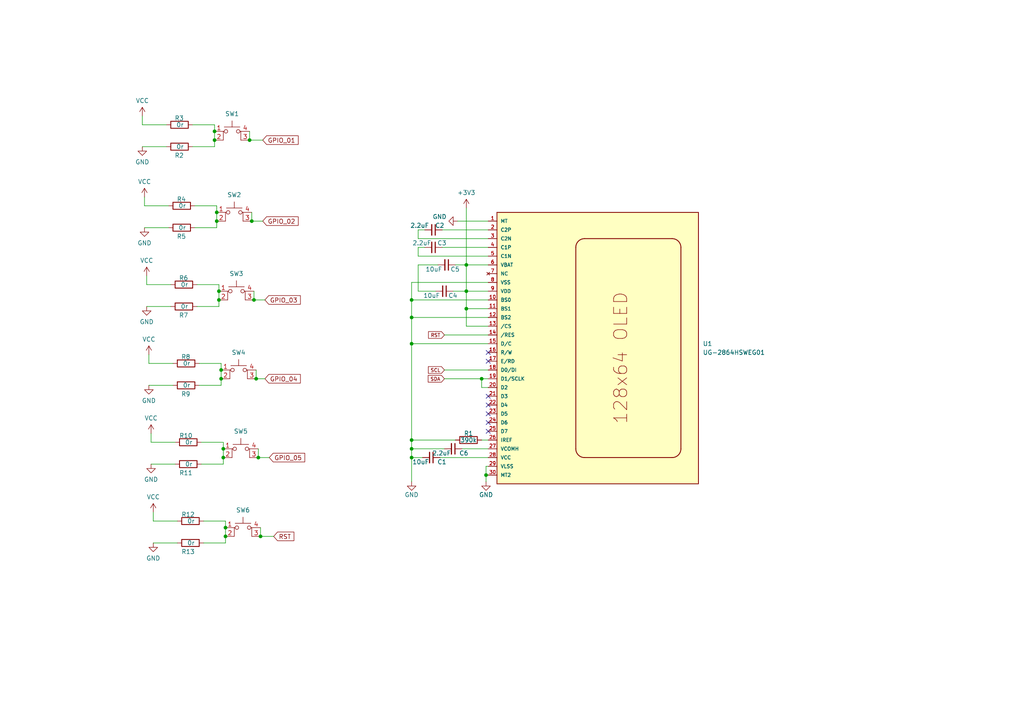
<source format=kicad_sch>
(kicad_sch (version 20230121) (generator eeschema)

  (uuid 710e7bd8-237a-414e-9623-946fac0a878e)

  (paper "A4")

  (lib_symbols
    (symbol "Device:C_Small" (pin_numbers hide) (pin_names (offset 0.254) hide) (in_bom yes) (on_board yes)
      (property "Reference" "C" (at 0.254 1.778 0)
        (effects (font (size 1.27 1.27)) (justify left))
      )
      (property "Value" "C_Small" (at 0.254 -2.032 0)
        (effects (font (size 1.27 1.27)) (justify left))
      )
      (property "Footprint" "" (at 0 0 0)
        (effects (font (size 1.27 1.27)) hide)
      )
      (property "Datasheet" "~" (at 0 0 0)
        (effects (font (size 1.27 1.27)) hide)
      )
      (property "ki_keywords" "capacitor cap" (at 0 0 0)
        (effects (font (size 1.27 1.27)) hide)
      )
      (property "ki_description" "Unpolarized capacitor, small symbol" (at 0 0 0)
        (effects (font (size 1.27 1.27)) hide)
      )
      (property "ki_fp_filters" "C_*" (at 0 0 0)
        (effects (font (size 1.27 1.27)) hide)
      )
      (symbol "C_Small_0_1"
        (polyline
          (pts
            (xy -1.524 -0.508)
            (xy 1.524 -0.508)
          )
          (stroke (width 0.3302) (type default))
          (fill (type none))
        )
        (polyline
          (pts
            (xy -1.524 0.508)
            (xy 1.524 0.508)
          )
          (stroke (width 0.3048) (type default))
          (fill (type none))
        )
      )
      (symbol "C_Small_1_1"
        (pin passive line (at 0 2.54 270) (length 2.032)
          (name "~" (effects (font (size 1.27 1.27))))
          (number "1" (effects (font (size 1.27 1.27))))
        )
        (pin passive line (at 0 -2.54 90) (length 2.032)
          (name "~" (effects (font (size 1.27 1.27))))
          (number "2" (effects (font (size 1.27 1.27))))
        )
      )
    )
    (symbol "Device:R" (pin_numbers hide) (pin_names (offset 0)) (in_bom yes) (on_board yes)
      (property "Reference" "R" (at 2.032 0 90)
        (effects (font (size 1.27 1.27)))
      )
      (property "Value" "R" (at 0 0 90)
        (effects (font (size 1.27 1.27)))
      )
      (property "Footprint" "" (at -1.778 0 90)
        (effects (font (size 1.27 1.27)) hide)
      )
      (property "Datasheet" "~" (at 0 0 0)
        (effects (font (size 1.27 1.27)) hide)
      )
      (property "ki_keywords" "R res resistor" (at 0 0 0)
        (effects (font (size 1.27 1.27)) hide)
      )
      (property "ki_description" "Resistor" (at 0 0 0)
        (effects (font (size 1.27 1.27)) hide)
      )
      (property "ki_fp_filters" "R_*" (at 0 0 0)
        (effects (font (size 1.27 1.27)) hide)
      )
      (symbol "R_0_1"
        (rectangle (start -1.016 -2.54) (end 1.016 2.54)
          (stroke (width 0.254) (type default))
          (fill (type none))
        )
      )
      (symbol "R_1_1"
        (pin passive line (at 0 3.81 270) (length 1.27)
          (name "~" (effects (font (size 1.27 1.27))))
          (number "1" (effects (font (size 1.27 1.27))))
        )
        (pin passive line (at 0 -3.81 90) (length 1.27)
          (name "~" (effects (font (size 1.27 1.27))))
          (number "2" (effects (font (size 1.27 1.27))))
        )
      )
    )
    (symbol "Switch:SW_MEC_5E" (pin_names (offset 1.016) hide) (in_bom yes) (on_board yes)
      (property "Reference" "SW" (at 0.635 5.715 0)
        (effects (font (size 1.27 1.27)) (justify left))
      )
      (property "Value" "SW_MEC_5E" (at 0 -3.175 0)
        (effects (font (size 1.27 1.27)))
      )
      (property "Footprint" "" (at 0 7.62 0)
        (effects (font (size 1.27 1.27)) hide)
      )
      (property "Datasheet" "http://www.apem.com/int/index.php?controller=attachment&id_attachment=1371" (at 0 7.62 0)
        (effects (font (size 1.27 1.27)) hide)
      )
      (property "ki_keywords" "switch normally-open pushbutton push-button" (at 0 0 0)
        (effects (font (size 1.27 1.27)) hide)
      )
      (property "ki_description" "MEC 5E single pole normally-open tactile switch" (at 0 0 0)
        (effects (font (size 1.27 1.27)) hide)
      )
      (property "ki_fp_filters" "SW*MEC*5G*" (at 0 0 0)
        (effects (font (size 1.27 1.27)) hide)
      )
      (symbol "SW_MEC_5E_0_1"
        (circle (center -1.778 2.54) (radius 0.508)
          (stroke (width 0) (type default))
          (fill (type none))
        )
        (polyline
          (pts
            (xy -2.286 3.81)
            (xy 2.286 3.81)
          )
          (stroke (width 0) (type default))
          (fill (type none))
        )
        (polyline
          (pts
            (xy 0 3.81)
            (xy 0 5.588)
          )
          (stroke (width 0) (type default))
          (fill (type none))
        )
        (polyline
          (pts
            (xy -2.54 0)
            (xy -2.54 2.54)
            (xy -2.286 2.54)
          )
          (stroke (width 0) (type default))
          (fill (type none))
        )
        (polyline
          (pts
            (xy 2.54 0)
            (xy 2.54 2.54)
            (xy 2.286 2.54)
          )
          (stroke (width 0) (type default))
          (fill (type none))
        )
        (circle (center 1.778 2.54) (radius 0.508)
          (stroke (width 0) (type default))
          (fill (type none))
        )
        (pin passive line (at -5.08 2.54 0) (length 2.54)
          (name "1" (effects (font (size 1.27 1.27))))
          (number "1" (effects (font (size 1.27 1.27))))
        )
        (pin passive line (at -5.08 0 0) (length 2.54)
          (name "2" (effects (font (size 1.27 1.27))))
          (number "2" (effects (font (size 1.27 1.27))))
        )
        (pin passive line (at 5.08 0 180) (length 2.54)
          (name "K" (effects (font (size 1.27 1.27))))
          (number "3" (effects (font (size 1.27 1.27))))
        )
        (pin passive line (at 5.08 2.54 180) (length 2.54)
          (name "A" (effects (font (size 1.27 1.27))))
          (number "4" (effects (font (size 1.27 1.27))))
        )
      )
    )
    (symbol "UG-2864HSWEG01:UG-2864HSWEG01" (pin_names (offset 1.016)) (in_bom yes) (on_board yes)
      (property "Reference" "U" (at 17.78 10.16 0)
        (effects (font (size 1.27 1.27)) (justify right top))
      )
      (property "Value" "UG-2864HSWEG01" (at -15.24 7.62 0)
        (effects (font (size 1.27 1.27)) (justify left bottom))
      )
      (property "Footprint" "1X30-0.7MM" (at 0 0 0)
        (effects (font (size 1.27 1.27)) (justify bottom) hide)
      )
      (property "Datasheet" "" (at 0 0 0)
        (effects (font (size 1.27 1.27)) hide)
      )
      (symbol "UG-2864HSWEG01_0_0"
        (rectangle (start -38.1 -22.86) (end 40.64 35.56)
          (stroke (width 0.254) (type default))
          (fill (type background))
        )
        (arc (start -30.48 2.54) (mid -29.7361 0.7439) (end -27.94 0)
          (stroke (width 0.254) (type default))
          (fill (type none))
        )
        (arc (start -27.94 30.48) (mid -29.7361 29.7361) (end -30.48 27.94)
          (stroke (width 0.254) (type default))
          (fill (type none))
        )
        (polyline
          (pts
            (xy -30.48 2.54)
            (xy -30.48 27.94)
          )
          (stroke (width 0.254) (type default))
          (fill (type none))
        )
        (polyline
          (pts
            (xy -27.94 0)
            (xy 30.48 0)
          )
          (stroke (width 0.254) (type default))
          (fill (type none))
        )
        (polyline
          (pts
            (xy -27.94 30.48)
            (xy 30.48 30.48)
          )
          (stroke (width 0.254) (type default))
          (fill (type none))
        )
        (polyline
          (pts
            (xy 33.02 27.94)
            (xy 33.02 2.54)
          )
          (stroke (width 0.254) (type default))
          (fill (type none))
        )
        (arc (start 30.48 0) (mid 32.2761 0.7439) (end 33.02 2.54)
          (stroke (width 0.254) (type default))
          (fill (type none))
        )
        (arc (start 33.02 27.94) (mid 32.2761 29.7361) (end 30.48 30.48)
          (stroke (width 0.254) (type default))
          (fill (type none))
        )
        (text "128x64 OLED" (at -15.24 15.24 0)
          (effects (font (size 3.81 3.81)) (justify left bottom))
        )
        (pin input line (at -35.56 -25.4 90) (length 2.54)
          (name "MT" (effects (font (size 1.016 1.016))))
          (number "1" (effects (font (size 1.016 1.016))))
        )
        (pin input line (at -12.7 -25.4 90) (length 2.54)
          (name "BS0" (effects (font (size 1.016 1.016))))
          (number "10" (effects (font (size 1.016 1.016))))
        )
        (pin input line (at -10.16 -25.4 90) (length 2.54)
          (name "BS1" (effects (font (size 1.016 1.016))))
          (number "11" (effects (font (size 1.016 1.016))))
        )
        (pin input line (at -7.62 -25.4 90) (length 2.54)
          (name "BS2" (effects (font (size 1.016 1.016))))
          (number "12" (effects (font (size 1.016 1.016))))
        )
        (pin input line (at -5.08 -25.4 90) (length 2.54)
          (name "/CS" (effects (font (size 1.016 1.016))))
          (number "13" (effects (font (size 1.016 1.016))))
        )
        (pin input line (at -2.54 -25.4 90) (length 2.54)
          (name "/RES" (effects (font (size 1.016 1.016))))
          (number "14" (effects (font (size 1.016 1.016))))
        )
        (pin input line (at 0 -25.4 90) (length 2.54)
          (name "D/C" (effects (font (size 1.016 1.016))))
          (number "15" (effects (font (size 1.016 1.016))))
        )
        (pin input line (at 2.54 -25.4 90) (length 2.54)
          (name "R/W" (effects (font (size 1.016 1.016))))
          (number "16" (effects (font (size 1.016 1.016))))
        )
        (pin input line (at 5.08 -25.4 90) (length 2.54)
          (name "E/RD" (effects (font (size 1.016 1.016))))
          (number "17" (effects (font (size 1.016 1.016))))
        )
        (pin bidirectional line (at 7.62 -25.4 90) (length 2.54)
          (name "D0/DI" (effects (font (size 1.016 1.016))))
          (number "18" (effects (font (size 1.016 1.016))))
        )
        (pin bidirectional line (at 10.16 -25.4 90) (length 2.54)
          (name "D1/SCLK" (effects (font (size 1.016 1.016))))
          (number "19" (effects (font (size 1.016 1.016))))
        )
        (pin input line (at -33.02 -25.4 90) (length 2.54)
          (name "C2P" (effects (font (size 1.016 1.016))))
          (number "2" (effects (font (size 1.016 1.016))))
        )
        (pin bidirectional line (at 12.7 -25.4 90) (length 2.54)
          (name "D2" (effects (font (size 1.016 1.016))))
          (number "20" (effects (font (size 1.016 1.016))))
        )
        (pin bidirectional line (at 15.24 -25.4 90) (length 2.54)
          (name "D3" (effects (font (size 1.016 1.016))))
          (number "21" (effects (font (size 1.016 1.016))))
        )
        (pin bidirectional line (at 17.78 -25.4 90) (length 2.54)
          (name "D4" (effects (font (size 1.016 1.016))))
          (number "22" (effects (font (size 1.016 1.016))))
        )
        (pin bidirectional line (at 20.32 -25.4 90) (length 2.54)
          (name "D5" (effects (font (size 1.016 1.016))))
          (number "23" (effects (font (size 1.016 1.016))))
        )
        (pin bidirectional line (at 22.86 -25.4 90) (length 2.54)
          (name "D6" (effects (font (size 1.016 1.016))))
          (number "24" (effects (font (size 1.016 1.016))))
        )
        (pin bidirectional line (at 25.4 -25.4 90) (length 2.54)
          (name "D7" (effects (font (size 1.016 1.016))))
          (number "25" (effects (font (size 1.016 1.016))))
        )
        (pin input line (at 27.94 -25.4 90) (length 2.54)
          (name "IREF" (effects (font (size 1.016 1.016))))
          (number "26" (effects (font (size 1.016 1.016))))
        )
        (pin output line (at 30.48 -25.4 90) (length 2.54)
          (name "VCOMH" (effects (font (size 1.016 1.016))))
          (number "27" (effects (font (size 1.016 1.016))))
        )
        (pin power_in line (at 33.02 -25.4 90) (length 2.54)
          (name "VCC" (effects (font (size 1.016 1.016))))
          (number "28" (effects (font (size 1.016 1.016))))
        )
        (pin power_in line (at 35.56 -25.4 90) (length 2.54)
          (name "VLSS" (effects (font (size 1.016 1.016))))
          (number "29" (effects (font (size 1.016 1.016))))
        )
        (pin input line (at -30.48 -25.4 90) (length 2.54)
          (name "C2N" (effects (font (size 1.016 1.016))))
          (number "3" (effects (font (size 1.016 1.016))))
        )
        (pin input line (at 38.1 -25.4 90) (length 2.54)
          (name "MT2" (effects (font (size 1.016 1.016))))
          (number "30" (effects (font (size 1.016 1.016))))
        )
        (pin input line (at -27.94 -25.4 90) (length 2.54)
          (name "C1P" (effects (font (size 1.016 1.016))))
          (number "4" (effects (font (size 1.016 1.016))))
        )
        (pin input line (at -25.4 -25.4 90) (length 2.54)
          (name "C1N" (effects (font (size 1.016 1.016))))
          (number "5" (effects (font (size 1.016 1.016))))
        )
        (pin input line (at -22.86 -25.4 90) (length 2.54)
          (name "VBAT" (effects (font (size 1.016 1.016))))
          (number "6" (effects (font (size 1.016 1.016))))
        )
        (pin no_connect line (at -20.32 -25.4 90) (length 2.54)
          (name "NC" (effects (font (size 1.016 1.016))))
          (number "7" (effects (font (size 1.016 1.016))))
        )
        (pin power_in line (at -17.78 -25.4 90) (length 2.54)
          (name "VSS" (effects (font (size 1.016 1.016))))
          (number "8" (effects (font (size 1.016 1.016))))
        )
        (pin power_in line (at -15.24 -25.4 90) (length 2.54)
          (name "VDD" (effects (font (size 1.016 1.016))))
          (number "9" (effects (font (size 1.016 1.016))))
        )
      )
    )
    (symbol "power:+3V3" (power) (pin_names (offset 0)) (in_bom yes) (on_board yes)
      (property "Reference" "#PWR" (at 0 -3.81 0)
        (effects (font (size 1.27 1.27)) hide)
      )
      (property "Value" "+3V3" (at 0 3.556 0)
        (effects (font (size 1.27 1.27)))
      )
      (property "Footprint" "" (at 0 0 0)
        (effects (font (size 1.27 1.27)) hide)
      )
      (property "Datasheet" "" (at 0 0 0)
        (effects (font (size 1.27 1.27)) hide)
      )
      (property "ki_keywords" "power-flag" (at 0 0 0)
        (effects (font (size 1.27 1.27)) hide)
      )
      (property "ki_description" "Power symbol creates a global label with name \"+3V3\"" (at 0 0 0)
        (effects (font (size 1.27 1.27)) hide)
      )
      (symbol "+3V3_0_1"
        (polyline
          (pts
            (xy -0.762 1.27)
            (xy 0 2.54)
          )
          (stroke (width 0) (type default))
          (fill (type none))
        )
        (polyline
          (pts
            (xy 0 0)
            (xy 0 2.54)
          )
          (stroke (width 0) (type default))
          (fill (type none))
        )
        (polyline
          (pts
            (xy 0 2.54)
            (xy 0.762 1.27)
          )
          (stroke (width 0) (type default))
          (fill (type none))
        )
      )
      (symbol "+3V3_1_1"
        (pin power_in line (at 0 0 90) (length 0) hide
          (name "+3V3" (effects (font (size 1.27 1.27))))
          (number "1" (effects (font (size 1.27 1.27))))
        )
      )
    )
    (symbol "power:GND" (power) (pin_names (offset 0)) (in_bom yes) (on_board yes)
      (property "Reference" "#PWR" (at 0 -6.35 0)
        (effects (font (size 1.27 1.27)) hide)
      )
      (property "Value" "GND" (at 0 -3.81 0)
        (effects (font (size 1.27 1.27)))
      )
      (property "Footprint" "" (at 0 0 0)
        (effects (font (size 1.27 1.27)) hide)
      )
      (property "Datasheet" "" (at 0 0 0)
        (effects (font (size 1.27 1.27)) hide)
      )
      (property "ki_keywords" "power-flag" (at 0 0 0)
        (effects (font (size 1.27 1.27)) hide)
      )
      (property "ki_description" "Power symbol creates a global label with name \"GND\" , ground" (at 0 0 0)
        (effects (font (size 1.27 1.27)) hide)
      )
      (symbol "GND_0_1"
        (polyline
          (pts
            (xy 0 0)
            (xy 0 -1.27)
            (xy 1.27 -1.27)
            (xy 0 -2.54)
            (xy -1.27 -1.27)
            (xy 0 -1.27)
          )
          (stroke (width 0) (type default))
          (fill (type none))
        )
      )
      (symbol "GND_1_1"
        (pin power_in line (at 0 0 270) (length 0) hide
          (name "GND" (effects (font (size 1.27 1.27))))
          (number "1" (effects (font (size 1.27 1.27))))
        )
      )
    )
    (symbol "power:VCC" (power) (pin_names (offset 0)) (in_bom yes) (on_board yes)
      (property "Reference" "#PWR" (at 0 -3.81 0)
        (effects (font (size 1.27 1.27)) hide)
      )
      (property "Value" "VCC" (at 0 3.81 0)
        (effects (font (size 1.27 1.27)))
      )
      (property "Footprint" "" (at 0 0 0)
        (effects (font (size 1.27 1.27)) hide)
      )
      (property "Datasheet" "" (at 0 0 0)
        (effects (font (size 1.27 1.27)) hide)
      )
      (property "ki_keywords" "power-flag" (at 0 0 0)
        (effects (font (size 1.27 1.27)) hide)
      )
      (property "ki_description" "Power symbol creates a global label with name \"VCC\"" (at 0 0 0)
        (effects (font (size 1.27 1.27)) hide)
      )
      (symbol "VCC_0_1"
        (polyline
          (pts
            (xy -0.762 1.27)
            (xy 0 2.54)
          )
          (stroke (width 0) (type default))
          (fill (type none))
        )
        (polyline
          (pts
            (xy 0 0)
            (xy 0 2.54)
          )
          (stroke (width 0) (type default))
          (fill (type none))
        )
        (polyline
          (pts
            (xy 0 2.54)
            (xy 0.762 1.27)
          )
          (stroke (width 0) (type default))
          (fill (type none))
        )
      )
      (symbol "VCC_1_1"
        (pin power_in line (at 0 0 90) (length 0) hide
          (name "VCC" (effects (font (size 1.27 1.27))))
          (number "1" (effects (font (size 1.27 1.27))))
        )
      )
    )
  )

  (junction (at 64.77 130.175) (diameter 0) (color 0 0 0 0)
    (uuid 06c670b9-299e-4066-bbec-20b01bda24d2)
  )
  (junction (at 119.38 127.635) (diameter 0) (color 0 0 0 0)
    (uuid 0a89abee-0dcd-4e68-804d-1c6a603c187b)
  )
  (junction (at 63.5 84.455) (diameter 0) (color 0 0 0 0)
    (uuid 16631038-72a8-4b01-b826-d1f4ea1ca735)
  )
  (junction (at 65.405 153.035) (diameter 0) (color 0 0 0 0)
    (uuid 2b1b576d-f56d-43b6-b0e3-9611c4129893)
  )
  (junction (at 62.865 64.135) (diameter 0) (color 0 0 0 0)
    (uuid 3735f1c9-eabc-4244-9757-4473ad700631)
  )
  (junction (at 135.255 76.835) (diameter 0) (color 0 0 0 0)
    (uuid 3789b192-d7de-45f8-ab85-cdcb0e2a0020)
  )
  (junction (at 139.7 109.855) (diameter 0) (color 0 0 0 0)
    (uuid 3ad03528-f727-4e69-9a09-ce50dea82ae2)
  )
  (junction (at 62.23 38.1) (diameter 0) (color 0 0 0 0)
    (uuid 3b347555-1445-4a69-9ba5-c2deea62a1ba)
  )
  (junction (at 119.38 92.075) (diameter 0) (color 0 0 0 0)
    (uuid 3d18e2b3-71ed-4b6c-8ed9-e847980617e1)
  )
  (junction (at 73.66 86.995) (diameter 0) (color 0 0 0 0)
    (uuid 4180584c-d213-4997-b6bb-0476a39b2e9f)
  )
  (junction (at 64.77 132.715) (diameter 0) (color 0 0 0 0)
    (uuid 56379b09-1cdd-4b1d-86e8-d7984f407451)
  )
  (junction (at 65.405 155.575) (diameter 0) (color 0 0 0 0)
    (uuid 6b21f421-1c09-44d9-b052-16dbed530e98)
  )
  (junction (at 119.38 86.995) (diameter 0) (color 0 0 0 0)
    (uuid 6bd9d416-b64c-48b8-85ab-7fe1fba20114)
  )
  (junction (at 135.255 84.455) (diameter 0) (color 0 0 0 0)
    (uuid 6c05533d-1bc0-4c2b-842b-b07dc8613680)
  )
  (junction (at 72.39 40.64) (diameter 0) (color 0 0 0 0)
    (uuid 772e201b-a188-4dcd-a5f2-1baa1caf10c2)
  )
  (junction (at 75.565 155.575) (diameter 0) (color 0 0 0 0)
    (uuid 7e79ad25-cdd8-41fa-9b84-08b997216b26)
  )
  (junction (at 140.97 137.795) (diameter 0) (color 0 0 0 0)
    (uuid 8045a73b-dd35-4783-9bd1-14c17cf32647)
  )
  (junction (at 64.135 107.315) (diameter 0) (color 0 0 0 0)
    (uuid 89e47bdc-3c67-4bd1-8f91-7a05c316cd88)
  )
  (junction (at 135.255 89.535) (diameter 0) (color 0 0 0 0)
    (uuid 8c586974-a895-438a-ab24-25b56b1de467)
  )
  (junction (at 74.93 132.715) (diameter 0) (color 0 0 0 0)
    (uuid 97d6d533-050f-4bb4-b728-5cafcbef3636)
  )
  (junction (at 73.025 64.135) (diameter 0) (color 0 0 0 0)
    (uuid aa17d98f-b3ca-4d30-9b54-31b7b86b766e)
  )
  (junction (at 62.23 40.64) (diameter 0) (color 0 0 0 0)
    (uuid b433eb42-b996-4ef4-9dec-15f3fcbeca60)
  )
  (junction (at 119.38 99.695) (diameter 0) (color 0 0 0 0)
    (uuid babf54a9-d902-414f-b49b-6adf64e358f8)
  )
  (junction (at 74.295 109.855) (diameter 0) (color 0 0 0 0)
    (uuid d29a0ab1-d41a-44fd-9324-6ecd273f31c5)
  )
  (junction (at 63.5 86.995) (diameter 0) (color 0 0 0 0)
    (uuid e55477b8-b3ff-4c10-a87a-f4186cf6fa01)
  )
  (junction (at 62.865 61.595) (diameter 0) (color 0 0 0 0)
    (uuid e7a2fa71-9652-4f65-97e4-63ebc1d7a5e9)
  )
  (junction (at 119.38 130.175) (diameter 0) (color 0 0 0 0)
    (uuid e8c94a5a-da7f-46fd-9672-b8aa9ca251d3)
  )
  (junction (at 64.135 109.855) (diameter 0) (color 0 0 0 0)
    (uuid ed842384-c2e9-4f82-b480-f43586e06310)
  )
  (junction (at 119.38 132.715) (diameter 0) (color 0 0 0 0)
    (uuid fd7ae415-81ad-48d4-a7f8-3608d5d675fa)
  )

  (no_connect (at 141.605 114.935) (uuid 29219de0-a7c3-40d9-9dbc-463838c6ac72))
  (no_connect (at 141.605 120.015) (uuid 4fae6624-371e-48d9-8ed6-38b1a3b4a76f))
  (no_connect (at 141.605 102.235) (uuid 8b4a5c11-f60d-42c8-9532-1904c429e636))
  (no_connect (at 141.605 117.475) (uuid a6171bb3-6552-4db3-9821-4fd8c75598a6))
  (no_connect (at 141.605 104.775) (uuid b7ea3f36-a111-444d-8e4f-558cbc866455))
  (no_connect (at 141.605 122.555) (uuid c4e3b4d5-f316-4179-9fe0-2941aba233c8))
  (no_connect (at 141.605 125.095) (uuid fa6163ed-9b58-4819-9815-69406ee5c84a))

  (wire (pts (xy 76.2 64.135) (xy 73.025 64.135))
    (stroke (width 0) (type default))
    (uuid 008a0c89-6054-4130-a26b-7cb899fa1982)
  )
  (wire (pts (xy 121.285 84.455) (xy 126.365 84.455))
    (stroke (width 0) (type default))
    (uuid 01983aee-0e5e-4a49-93f2-0d10a6ecadb5)
  )
  (wire (pts (xy 121.285 76.835) (xy 121.285 84.455))
    (stroke (width 0) (type default))
    (uuid 02cf0078-604c-47d0-9885-35b3972e4e42)
  )
  (wire (pts (xy 135.255 89.535) (xy 141.605 89.535))
    (stroke (width 0) (type default))
    (uuid 056311f1-633f-4954-93df-8400f3f89f23)
  )
  (wire (pts (xy 56.515 59.69) (xy 62.865 59.69))
    (stroke (width 0) (type default))
    (uuid 06bd2841-b519-472c-ae2b-cc49ad8ebce0)
  )
  (wire (pts (xy 119.38 99.695) (xy 119.38 92.075))
    (stroke (width 0) (type default))
    (uuid 09ebff9c-6d1e-431b-8f2e-e927e8dad4dc)
  )
  (wire (pts (xy 64.135 111.76) (xy 64.135 109.855))
    (stroke (width 0) (type default))
    (uuid 105af58a-803e-4a17-ac03-7d500ef90df1)
  )
  (wire (pts (xy 64.135 107.315) (xy 64.135 109.855))
    (stroke (width 0) (type default))
    (uuid 122a096e-0eff-461c-8ab9-0296c560f99b)
  )
  (wire (pts (xy 56.515 66.04) (xy 62.865 66.04))
    (stroke (width 0) (type default))
    (uuid 16aadef0-dc9b-4c49-90e3-9de9c97c70d2)
  )
  (wire (pts (xy 79.375 155.575) (xy 75.565 155.575))
    (stroke (width 0) (type default))
    (uuid 1923b47f-be14-4dc7-8e92-4dba05ca6255)
  )
  (wire (pts (xy 64.77 134.62) (xy 64.77 132.715))
    (stroke (width 0) (type default))
    (uuid 1d23d07b-af25-4b42-a0ea-7e1d158663f9)
  )
  (wire (pts (xy 43.815 128.27) (xy 50.8 128.27))
    (stroke (width 0) (type default))
    (uuid 20837a42-195f-4d8d-bf3c-ad09f0e28078)
  )
  (wire (pts (xy 73.66 86.995) (xy 73.66 84.455))
    (stroke (width 0) (type default))
    (uuid 22080b07-d092-476b-8ee2-088e5806fd21)
  )
  (wire (pts (xy 42.545 82.55) (xy 49.53 82.55))
    (stroke (width 0) (type default))
    (uuid 2acf4152-fbb5-497d-991f-bc9df849d8c5)
  )
  (wire (pts (xy 128.905 97.155) (xy 141.605 97.155))
    (stroke (width 0) (type default))
    (uuid 2f808ecf-e3f5-4204-a564-900e9bb10532)
  )
  (wire (pts (xy 132.715 64.135) (xy 141.605 64.135))
    (stroke (width 0) (type default))
    (uuid 3365a0a2-fad4-41f8-961b-f44a17f3f8f1)
  )
  (wire (pts (xy 139.7 109.855) (xy 141.605 109.855))
    (stroke (width 0) (type default))
    (uuid 397227fc-99a8-4ef2-ba60-dbdd0a767e0c)
  )
  (wire (pts (xy 121.285 71.755) (xy 121.285 74.295))
    (stroke (width 0) (type default))
    (uuid 3d51545e-0f55-42ab-a902-91c0fed01994)
  )
  (wire (pts (xy 74.93 132.715) (xy 74.93 130.175))
    (stroke (width 0) (type default))
    (uuid 3dc4ed38-76f2-49d7-a028-7d97d1a5f073)
  )
  (wire (pts (xy 140.97 139.7) (xy 140.97 137.795))
    (stroke (width 0) (type default))
    (uuid 415c71f7-e752-4e0d-bf9d-cc5972693fda)
  )
  (wire (pts (xy 119.38 127.635) (xy 119.38 99.695))
    (stroke (width 0) (type default))
    (uuid 4b4a125a-027b-4f06-a97d-e0176df359c9)
  )
  (wire (pts (xy 57.785 105.41) (xy 64.135 105.41))
    (stroke (width 0) (type default))
    (uuid 4d381d52-79bb-45bd-a062-643913f7a174)
  )
  (wire (pts (xy 59.055 157.48) (xy 65.405 157.48))
    (stroke (width 0) (type default))
    (uuid 503b8b3f-56d7-439f-aa75-3a96dfcb7ae0)
  )
  (wire (pts (xy 119.38 99.695) (xy 141.605 99.695))
    (stroke (width 0) (type default))
    (uuid 522e2435-696a-4441-be0a-918bd087cc55)
  )
  (wire (pts (xy 76.835 109.855) (xy 74.295 109.855))
    (stroke (width 0) (type default))
    (uuid 53701624-6955-4866-a9f5-4201225630ec)
  )
  (wire (pts (xy 139.7 112.395) (xy 139.7 109.855))
    (stroke (width 0) (type default))
    (uuid 54ebd6f4-a5a5-4103-bbbe-95e767e210f6)
  )
  (wire (pts (xy 121.285 66.675) (xy 123.19 66.675))
    (stroke (width 0) (type default))
    (uuid 5783e063-470a-4f0f-be20-840bb663610c)
  )
  (wire (pts (xy 42.545 88.9) (xy 49.53 88.9))
    (stroke (width 0) (type default))
    (uuid 5949d8a8-aed6-4a3b-b96f-1628f88bdef1)
  )
  (wire (pts (xy 127 76.835) (xy 121.285 76.835))
    (stroke (width 0) (type default))
    (uuid 597df727-1cf2-4d47-92f2-c8bf724badd9)
  )
  (wire (pts (xy 59.055 151.13) (xy 65.405 151.13))
    (stroke (width 0) (type default))
    (uuid 5b9b0e26-ed03-47c3-ac1f-b2ec2677d8b2)
  )
  (wire (pts (xy 63.5 84.455) (xy 63.5 86.995))
    (stroke (width 0) (type default))
    (uuid 5d3d98d4-22b5-4fb7-ba2e-7222b59c7b83)
  )
  (wire (pts (xy 41.275 42.545) (xy 48.26 42.545))
    (stroke (width 0) (type default))
    (uuid 601a5bfe-b30c-4ea3-8a66-b758f5e939a2)
  )
  (wire (pts (xy 63.5 88.9) (xy 63.5 86.995))
    (stroke (width 0) (type default))
    (uuid 60a34acb-3395-4423-8b78-2e53ecc1959b)
  )
  (wire (pts (xy 62.23 38.1) (xy 62.23 40.64))
    (stroke (width 0) (type default))
    (uuid 622a626a-c780-41b5-8276-c14ea67fa42b)
  )
  (wire (pts (xy 63.5 82.55) (xy 63.5 84.455))
    (stroke (width 0) (type default))
    (uuid 62c44c4f-2e30-487f-9dab-1640c55155c9)
  )
  (wire (pts (xy 127.635 132.715) (xy 141.605 132.715))
    (stroke (width 0) (type default))
    (uuid 6663b272-1baf-400b-b043-5f52ef1d47aa)
  )
  (wire (pts (xy 141.605 94.615) (xy 135.255 94.615))
    (stroke (width 0) (type default))
    (uuid 666b584f-c162-4dab-817b-a5ce2c7ad8c3)
  )
  (wire (pts (xy 78.105 132.715) (xy 74.93 132.715))
    (stroke (width 0) (type default))
    (uuid 6755438c-85e0-4089-bc71-6ee53553c9f9)
  )
  (wire (pts (xy 119.38 86.995) (xy 119.38 81.915))
    (stroke (width 0) (type default))
    (uuid 675864b8-affc-42a4-bb5e-30e35b838bd1)
  )
  (wire (pts (xy 119.38 127.635) (xy 132.08 127.635))
    (stroke (width 0) (type default))
    (uuid 696a6ac9-f860-46ec-abb8-484e8f480ae3)
  )
  (wire (pts (xy 57.785 111.76) (xy 64.135 111.76))
    (stroke (width 0) (type default))
    (uuid 6e10a85b-1b36-4352-b784-c89097b2ea87)
  )
  (wire (pts (xy 55.88 36.195) (xy 62.23 36.195))
    (stroke (width 0) (type default))
    (uuid 6e6e39de-9b2a-4067-a4cc-50fdfa096f72)
  )
  (wire (pts (xy 74.295 109.855) (xy 74.295 107.315))
    (stroke (width 0) (type default))
    (uuid 6ff8fb4d-cf4b-43f1-93d0-1335083b843b)
  )
  (wire (pts (xy 43.18 111.76) (xy 50.165 111.76))
    (stroke (width 0) (type default))
    (uuid 711ad5eb-afdb-4254-97c5-f1c166e49bc8)
  )
  (wire (pts (xy 135.255 76.835) (xy 135.255 84.455))
    (stroke (width 0) (type default))
    (uuid 751c3f4a-f0ac-4269-b639-40e908c6d96d)
  )
  (wire (pts (xy 119.38 132.715) (xy 119.38 130.175))
    (stroke (width 0) (type default))
    (uuid 7e46a53c-ca12-4f17-8a62-570ca3a53a20)
  )
  (wire (pts (xy 44.45 148.59) (xy 44.45 151.13))
    (stroke (width 0) (type default))
    (uuid 8276e54b-ddab-4aeb-82b4-0bab4ebeba81)
  )
  (wire (pts (xy 64.135 105.41) (xy 64.135 107.315))
    (stroke (width 0) (type default))
    (uuid 88b0959d-8036-4304-a28d-caeb0f3b0133)
  )
  (wire (pts (xy 41.91 59.69) (xy 48.895 59.69))
    (stroke (width 0) (type default))
    (uuid 8c010879-abbf-440f-914b-ea0b626c6348)
  )
  (wire (pts (xy 62.865 61.595) (xy 62.865 64.135))
    (stroke (width 0) (type default))
    (uuid 8c74770a-5a7a-4fe8-8f0f-6c8e46844131)
  )
  (wire (pts (xy 123.19 71.755) (xy 121.285 71.755))
    (stroke (width 0) (type default))
    (uuid 8dfe14f4-b9b1-4b5c-bba0-f097c8fc694f)
  )
  (wire (pts (xy 139.7 127.635) (xy 141.605 127.635))
    (stroke (width 0) (type default))
    (uuid 8e8593da-b1d9-42ca-bcd1-32ee87fef4de)
  )
  (wire (pts (xy 135.255 76.835) (xy 141.605 76.835))
    (stroke (width 0) (type default))
    (uuid 90da4e67-928f-445f-ac5f-ff799e1b5e67)
  )
  (wire (pts (xy 62.23 36.195) (xy 62.23 38.1))
    (stroke (width 0) (type default))
    (uuid 980b50af-8898-448d-8fbe-e41ceaff96d0)
  )
  (wire (pts (xy 119.38 132.715) (xy 122.555 132.715))
    (stroke (width 0) (type default))
    (uuid 98d24a8a-647c-414a-b754-03ccec909286)
  )
  (wire (pts (xy 128.905 109.855) (xy 139.7 109.855))
    (stroke (width 0) (type default))
    (uuid 99557e6f-9949-41f3-a0e5-2da1c403234f)
  )
  (wire (pts (xy 141.605 66.675) (xy 128.27 66.675))
    (stroke (width 0) (type default))
    (uuid 9b0e1cf8-4c2f-47e8-936b-b69b25e52a2e)
  )
  (wire (pts (xy 65.405 151.13) (xy 65.405 153.035))
    (stroke (width 0) (type default))
    (uuid 9cfe39c9-d6bf-4e4b-b7e9-a41f99bbb5cf)
  )
  (wire (pts (xy 64.77 128.27) (xy 64.77 130.175))
    (stroke (width 0) (type default))
    (uuid 9d067d82-5160-4d14-b359-f8389553f1ee)
  )
  (wire (pts (xy 73.025 64.135) (xy 73.025 61.595))
    (stroke (width 0) (type default))
    (uuid 9d5f374a-5acb-4d63-9c36-1cc364714389)
  )
  (wire (pts (xy 43.815 134.62) (xy 50.8 134.62))
    (stroke (width 0) (type default))
    (uuid 9d87b676-0a52-461f-8d53-2b4880e49646)
  )
  (wire (pts (xy 140.97 137.795) (xy 140.97 135.255))
    (stroke (width 0) (type default))
    (uuid a1e0fe18-8e8b-411d-bb02-636355a8db33)
  )
  (wire (pts (xy 65.405 153.035) (xy 65.405 155.575))
    (stroke (width 0) (type default))
    (uuid a79b55c1-208c-417b-b2ee-68e1614bfad2)
  )
  (wire (pts (xy 43.815 125.73) (xy 43.815 128.27))
    (stroke (width 0) (type default))
    (uuid a7f0fd76-532a-4099-a792-824c7dd15fee)
  )
  (wire (pts (xy 62.865 66.04) (xy 62.865 64.135))
    (stroke (width 0) (type default))
    (uuid a8fadf1d-1c87-4806-9d97-c7dd5736aa40)
  )
  (wire (pts (xy 44.45 157.48) (xy 51.435 157.48))
    (stroke (width 0) (type default))
    (uuid a9fafcfb-3001-47b5-b05a-88acbce3df4d)
  )
  (wire (pts (xy 135.255 94.615) (xy 135.255 89.535))
    (stroke (width 0) (type default))
    (uuid aabb3dd5-71c0-46c3-873a-a60425df0ebc)
  )
  (wire (pts (xy 76.835 86.995) (xy 73.66 86.995))
    (stroke (width 0) (type default))
    (uuid ad0a6d27-7eb4-4646-98fb-5812e3b5d443)
  )
  (wire (pts (xy 121.285 66.675) (xy 121.285 69.215))
    (stroke (width 0) (type default))
    (uuid ad3a6434-07f0-4825-aa1c-5b60b14376c1)
  )
  (wire (pts (xy 64.77 130.175) (xy 64.77 132.715))
    (stroke (width 0) (type default))
    (uuid aec1c5d5-9db0-4b85-84e8-74662de4f447)
  )
  (wire (pts (xy 119.38 92.075) (xy 141.605 92.075))
    (stroke (width 0) (type default))
    (uuid b002b61d-ee60-4894-9cf4-dd588cf026dd)
  )
  (wire (pts (xy 128.27 71.755) (xy 141.605 71.755))
    (stroke (width 0) (type default))
    (uuid b6019cc1-4948-4579-a8ca-dd4af7cac86c)
  )
  (wire (pts (xy 135.255 84.455) (xy 135.255 89.535))
    (stroke (width 0) (type default))
    (uuid b8b2061a-db60-4657-a218-60195550c732)
  )
  (wire (pts (xy 41.275 33.655) (xy 41.275 36.195))
    (stroke (width 0) (type default))
    (uuid b937d687-961a-4e6d-898b-c1bcb34d3fb5)
  )
  (wire (pts (xy 72.39 40.64) (xy 76.2 40.64))
    (stroke (width 0) (type default))
    (uuid bb2c62a9-8637-459b-9ef8-c32e6d935aa5)
  )
  (wire (pts (xy 72.39 38.1) (xy 72.39 40.64))
    (stroke (width 0) (type default))
    (uuid bc7c1890-f908-44f1-be11-80efd278d853)
  )
  (wire (pts (xy 119.38 130.175) (xy 128.905 130.175))
    (stroke (width 0) (type default))
    (uuid c0cd67cb-81f4-46e0-8ba3-ea8a821368ed)
  )
  (wire (pts (xy 119.38 81.915) (xy 141.605 81.915))
    (stroke (width 0) (type default))
    (uuid c2d8e73a-c8d1-4072-baa6-adbf24dbb8d8)
  )
  (wire (pts (xy 58.42 134.62) (xy 64.77 134.62))
    (stroke (width 0) (type default))
    (uuid c2f442ab-dfff-4c77-9b6d-7004307b6385)
  )
  (wire (pts (xy 41.275 36.195) (xy 48.26 36.195))
    (stroke (width 0) (type default))
    (uuid c763568d-524c-4107-9a6d-7acdfc16d415)
  )
  (wire (pts (xy 41.91 57.15) (xy 41.91 59.69))
    (stroke (width 0) (type default))
    (uuid c862201d-9286-46a4-9727-4ed74bb1df9a)
  )
  (wire (pts (xy 140.97 137.795) (xy 141.605 137.795))
    (stroke (width 0) (type default))
    (uuid c9b1455b-04df-4c0f-bb37-0fefe3fc3849)
  )
  (wire (pts (xy 119.38 86.995) (xy 141.605 86.995))
    (stroke (width 0) (type default))
    (uuid cae50056-5f14-41be-b460-4692717be1fb)
  )
  (wire (pts (xy 75.565 155.575) (xy 75.565 153.035))
    (stroke (width 0) (type default))
    (uuid cbd64484-192a-4c07-8d84-6ef73103714f)
  )
  (wire (pts (xy 42.545 80.01) (xy 42.545 82.55))
    (stroke (width 0) (type default))
    (uuid cf58de0b-eaf3-42cd-8a51-f2457304396c)
  )
  (wire (pts (xy 135.255 60.325) (xy 135.255 76.835))
    (stroke (width 0) (type default))
    (uuid cfcb7de1-2b42-49e8-87d8-1bf2921ddc74)
  )
  (wire (pts (xy 119.38 92.075) (xy 119.38 86.995))
    (stroke (width 0) (type default))
    (uuid d2691eae-8a9c-4ce4-ae46-6a51de017e99)
  )
  (wire (pts (xy 119.38 130.175) (xy 119.38 127.635))
    (stroke (width 0) (type default))
    (uuid d49177e6-b6e9-4ca9-9b7b-87a28e06799c)
  )
  (wire (pts (xy 55.88 42.545) (xy 62.23 42.545))
    (stroke (width 0) (type default))
    (uuid d4d9ce02-dd59-49f5-ae40-889a153ec0da)
  )
  (wire (pts (xy 58.42 128.27) (xy 64.77 128.27))
    (stroke (width 0) (type default))
    (uuid d6fd3cf2-eb5e-4b3d-90ad-d77c438c806e)
  )
  (wire (pts (xy 57.15 88.9) (xy 63.5 88.9))
    (stroke (width 0) (type default))
    (uuid d7413b00-d302-4401-84f5-95dbb6eebaf1)
  )
  (wire (pts (xy 121.285 74.295) (xy 141.605 74.295))
    (stroke (width 0) (type default))
    (uuid da4a3588-55df-488c-940a-e146c6405d41)
  )
  (wire (pts (xy 57.15 82.55) (xy 63.5 82.55))
    (stroke (width 0) (type default))
    (uuid da9423ac-dc60-4163-bd60-22e76c68f84f)
  )
  (wire (pts (xy 133.985 130.175) (xy 141.605 130.175))
    (stroke (width 0) (type default))
    (uuid dbd7518f-b1df-4470-933e-59ac9f2eb3e7)
  )
  (wire (pts (xy 65.405 157.48) (xy 65.405 155.575))
    (stroke (width 0) (type default))
    (uuid e07cf32d-aeb9-4702-92da-2533720eb203)
  )
  (wire (pts (xy 41.91 66.04) (xy 48.895 66.04))
    (stroke (width 0) (type default))
    (uuid e2082b09-d23c-484c-92d5-dfb4a77f6f3e)
  )
  (wire (pts (xy 62.865 59.69) (xy 62.865 61.595))
    (stroke (width 0) (type default))
    (uuid e28dc0a9-c398-4a1a-8ec4-7608123b3ff7)
  )
  (wire (pts (xy 141.605 112.395) (xy 139.7 112.395))
    (stroke (width 0) (type default))
    (uuid e3fe0651-a7d3-4f5a-aa9b-024d627a0e17)
  )
  (wire (pts (xy 121.285 69.215) (xy 141.605 69.215))
    (stroke (width 0) (type default))
    (uuid e7ef915d-8dbf-4c90-8367-69a65c5832c3)
  )
  (wire (pts (xy 43.18 102.87) (xy 43.18 105.41))
    (stroke (width 0) (type default))
    (uuid eb7ba77d-b2bc-4912-9b81-f79a717b79e0)
  )
  (wire (pts (xy 44.45 151.13) (xy 51.435 151.13))
    (stroke (width 0) (type default))
    (uuid ee8a7e03-9b89-4e14-a4b8-c20584204861)
  )
  (wire (pts (xy 62.23 42.545) (xy 62.23 40.64))
    (stroke (width 0) (type default))
    (uuid ef35f94f-0e03-42dd-946f-3b2f1e1be001)
  )
  (wire (pts (xy 135.255 84.455) (xy 141.605 84.455))
    (stroke (width 0) (type default))
    (uuid f13b3e91-19a0-401b-bf18-d9c1f1623a0e)
  )
  (wire (pts (xy 132.08 76.835) (xy 135.255 76.835))
    (stroke (width 0) (type default))
    (uuid f6e098d9-cb89-452a-aa15-abc22afaef81)
  )
  (wire (pts (xy 43.18 105.41) (xy 50.165 105.41))
    (stroke (width 0) (type default))
    (uuid f9416aa3-d167-4b7d-8a6b-02798b33d8a4)
  )
  (wire (pts (xy 128.905 107.315) (xy 141.605 107.315))
    (stroke (width 0) (type default))
    (uuid fa8a0704-73d4-4bd0-ab3e-dcbb0b3b40ac)
  )
  (wire (pts (xy 119.38 132.715) (xy 119.38 139.7))
    (stroke (width 0) (type default))
    (uuid fac9e993-1445-4b38-8cc0-3dac78088913)
  )
  (wire (pts (xy 131.445 84.455) (xy 135.255 84.455))
    (stroke (width 0) (type default))
    (uuid fde26718-4e3d-40a6-a297-4e26031acf3c)
  )
  (wire (pts (xy 140.97 135.255) (xy 141.605 135.255))
    (stroke (width 0) (type default))
    (uuid fff4d123-d9bf-43ee-966a-f483beda14af)
  )

  (global_label "RST" (shape input) (at 79.375 155.575 0) (fields_autoplaced)
    (effects (font (size 1.27 1.27)) (justify left))
    (uuid 42f4460f-8e17-40ac-8539-26b50d330dd9)
    (property "Intersheetrefs" "${INTERSHEET_REFS}" (at 85.7279 155.575 0)
      (effects (font (size 1.27 1.27)) (justify left) hide)
    )
  )
  (global_label "GPIO_03" (shape input) (at 76.835 86.995 0) (fields_autoplaced)
    (effects (font (size 1.27 1.27)) (justify left))
    (uuid 4e1a39dd-8f48-4f54-984a-cafd58fe4723)
    (property "Intersheetrefs" "${INTERSHEET_REFS}" (at 87.6027 86.995 0)
      (effects (font (size 1.27 1.27)) (justify left) hide)
    )
  )
  (global_label "GPIO_04" (shape input) (at 76.835 109.855 0) (fields_autoplaced)
    (effects (font (size 1.27 1.27)) (justify left))
    (uuid 990253bb-792f-4362-a8f0-70fa23774aef)
    (property "Intersheetrefs" "${INTERSHEET_REFS}" (at 87.6027 109.855 0)
      (effects (font (size 1.27 1.27)) (justify left) hide)
    )
  )
  (global_label "SDA" (shape input) (at 128.905 109.855 180) (fields_autoplaced)
    (effects (font (size 1 1)) (justify right))
    (uuid 9f8c5bb8-dedf-435c-935d-a3bd2d95d415)
    (property "Intersheetrefs" "${INTERSHEET_REFS}" (at 123.8076 109.855 0)
      (effects (font (size 1.27 1.27)) (justify right) hide)
    )
  )
  (global_label "GPIO_05" (shape input) (at 78.105 132.715 0) (fields_autoplaced)
    (effects (font (size 1.27 1.27)) (justify left))
    (uuid a298abd2-a748-454e-b455-33998453d0a2)
    (property "Intersheetrefs" "${INTERSHEET_REFS}" (at 88.8727 132.715 0)
      (effects (font (size 1.27 1.27)) (justify left) hide)
    )
  )
  (global_label "SCL" (shape input) (at 128.905 107.315 180) (fields_autoplaced)
    (effects (font (size 1 1)) (justify right))
    (uuid a4d01f88-8170-4674-b874-7251d48ef45b)
    (property "Intersheetrefs" "${INTERSHEET_REFS}" (at 123.8552 107.315 0)
      (effects (font (size 1.27 1.27)) (justify right) hide)
    )
  )
  (global_label "RST" (shape input) (at 128.905 97.155 180) (fields_autoplaced)
    (effects (font (size 1 1)) (justify right))
    (uuid b23199e6-2edf-444e-bcad-66c30d8e078e)
    (property "Intersheetrefs" "${INTERSHEET_REFS}" (at 123.9028 97.155 0)
      (effects (font (size 1.27 1.27)) (justify right) hide)
    )
  )
  (global_label "GPIO_01" (shape input) (at 76.2 40.64 0) (fields_autoplaced)
    (effects (font (size 1.27 1.27)) (justify left))
    (uuid b7044c52-b6ae-4cf1-b057-9c74bc2d5d20)
    (property "Intersheetrefs" "${INTERSHEET_REFS}" (at 86.9677 40.64 0)
      (effects (font (size 1.27 1.27)) (justify left) hide)
    )
  )
  (global_label "GPIO_02" (shape input) (at 76.2 64.135 0) (fields_autoplaced)
    (effects (font (size 1.27 1.27)) (justify left))
    (uuid c7c0b1b1-6b55-4eff-8542-f86d70099638)
    (property "Intersheetrefs" "${INTERSHEET_REFS}" (at 86.9677 64.135 0)
      (effects (font (size 1.27 1.27)) (justify left) hide)
    )
  )

  (symbol (lib_id "Device:C_Small") (at 125.73 66.675 270) (unit 1)
    (in_bom yes) (on_board yes) (dnp no)
    (uuid 02a23d2e-c739-477a-846d-98ec31b03e55)
    (property "Reference" "C1" (at 128.905 65.405 90)
      (effects (font (size 1.27 1.27)) (justify right))
    )
    (property "Value" "2.2uF" (at 124.46 65.405 90)
      (effects (font (size 1.27 1.27)) (justify right))
    )
    (property "Footprint" "" (at 125.73 66.675 0)
      (effects (font (size 1.27 1.27)) hide)
    )
    (property "Datasheet" "~" (at 125.73 66.675 0)
      (effects (font (size 1.27 1.27)) hide)
    )
    (pin "1" (uuid 1cbea33a-60f9-49fd-9be6-fa64fd825e35))
    (pin "2" (uuid 25d228a5-d861-43c5-a55f-03491eab2f0d))
    (instances
      (project "0001_Oled_Module"
        (path "/37d5a52a-1e35-4903-b4af-b48da0716cf9"
          (reference "C1") (unit 1)
        )
      )
      (project "0001_Oled_Module_UG-2864HSWEG01"
        (path "/710e7bd8-237a-414e-9623-946fac0a878e"
          (reference "C2") (unit 1)
        )
      )
    )
  )

  (symbol (lib_id "Switch:SW_MEC_5E") (at 69.215 109.855 0) (unit 1)
    (in_bom yes) (on_board yes) (dnp no) (fields_autoplaced)
    (uuid 0a4d0303-097d-47ab-a524-b39e4a1f0cae)
    (property "Reference" "SW4" (at 69.215 102.235 0)
      (effects (font (size 1.27 1.27)))
    )
    (property "Value" "SW_MEC_5E" (at 69.215 101.6 0)
      (effects (font (size 1.27 1.27)) hide)
    )
    (property "Footprint" "button:button01" (at 69.215 102.235 0)
      (effects (font (size 1.27 1.27)) hide)
    )
    (property "Datasheet" "http://www.apem.com/int/index.php?controller=attachment&id_attachment=1371" (at 69.215 102.235 0)
      (effects (font (size 1.27 1.27)) hide)
    )
    (pin "1" (uuid 929c7275-9a41-4f80-900d-cd37c2c41735))
    (pin "2" (uuid 222c9495-550d-47d8-bcb5-2ae5b0a3ae4b))
    (pin "3" (uuid c885e208-1c86-49f0-9804-92d220990e9d))
    (pin "4" (uuid 7044319c-311e-43c4-8b58-0791e1ff1445))
    (instances
      (project "0001_Oled_Module_UG-2864HSWEG01"
        (path "/710e7bd8-237a-414e-9623-946fac0a878e"
          (reference "SW4") (unit 1)
        )
      )
    )
  )

  (symbol (lib_id "power:GND") (at 119.38 139.7 0) (unit 1)
    (in_bom yes) (on_board yes) (dnp no)
    (uuid 1003e250-df06-4b4d-a17c-3ee009ba47b1)
    (property "Reference" "#PWR02" (at 119.38 146.05 0)
      (effects (font (size 1.27 1.27)) hide)
    )
    (property "Value" "GND" (at 119.38 143.51 0)
      (effects (font (size 1.27 1.27)))
    )
    (property "Footprint" "" (at 119.38 139.7 0)
      (effects (font (size 1.27 1.27)) hide)
    )
    (property "Datasheet" "" (at 119.38 139.7 0)
      (effects (font (size 1.27 1.27)) hide)
    )
    (pin "1" (uuid a9d386f1-bee2-4d1e-a2d9-9e364c15ddda))
    (instances
      (project "0001_Oled_Module"
        (path "/37d5a52a-1e35-4903-b4af-b48da0716cf9"
          (reference "#PWR02") (unit 1)
        )
      )
      (project "0001_Oled_Module_UG-2864HSWEG01"
        (path "/710e7bd8-237a-414e-9623-946fac0a878e"
          (reference "#PWR01") (unit 1)
        )
      )
    )
  )

  (symbol (lib_id "Device:R") (at 55.245 151.13 90) (unit 1)
    (in_bom yes) (on_board yes) (dnp no)
    (uuid 172a553d-530a-4e41-a20b-0c11f7ec65f4)
    (property "Reference" "R12" (at 56.515 149.225 90)
      (effects (font (size 1.27 1.27)) (justify left))
    )
    (property "Value" "0r" (at 56.515 151.13 90)
      (effects (font (size 1.27 1.27)) (justify left))
    )
    (property "Footprint" "" (at 55.245 152.908 90)
      (effects (font (size 1.27 1.27)) hide)
    )
    (property "Datasheet" "~" (at 55.245 151.13 0)
      (effects (font (size 1.27 1.27)) hide)
    )
    (pin "1" (uuid b4eaddce-e4d9-44f2-9243-f6f8e66d1125))
    (pin "2" (uuid c5238bfa-1ee6-4718-811e-fe24dd29e726))
    (instances
      (project "0001_Oled_Module_UG-2864HSWEG01"
        (path "/710e7bd8-237a-414e-9623-946fac0a878e"
          (reference "R12") (unit 1)
        )
      )
    )
  )

  (symbol (lib_id "Device:R") (at 53.975 111.76 90) (unit 1)
    (in_bom yes) (on_board yes) (dnp no)
    (uuid 1a260488-74ff-4df0-b436-97aa023bd48e)
    (property "Reference" "R9" (at 55.245 114.3 90)
      (effects (font (size 1.27 1.27)) (justify left))
    )
    (property "Value" "0r" (at 55.245 111.76 90)
      (effects (font (size 1.27 1.27)) (justify left))
    )
    (property "Footprint" "" (at 53.975 113.538 90)
      (effects (font (size 1.27 1.27)) hide)
    )
    (property "Datasheet" "~" (at 53.975 111.76 0)
      (effects (font (size 1.27 1.27)) hide)
    )
    (pin "1" (uuid 7a1f5951-cd76-4910-ac7d-58544842291a))
    (pin "2" (uuid acb1654c-d388-4ea1-b038-a6b1ad8da4b5))
    (instances
      (project "0001_Oled_Module_UG-2864HSWEG01"
        (path "/710e7bd8-237a-414e-9623-946fac0a878e"
          (reference "R9") (unit 1)
        )
      )
    )
  )

  (symbol (lib_id "Device:R") (at 52.07 36.195 90) (unit 1)
    (in_bom yes) (on_board yes) (dnp no)
    (uuid 1f86e765-b145-49e3-92bc-7cb0ac428686)
    (property "Reference" "R3" (at 53.34 34.29 90)
      (effects (font (size 1.27 1.27)) (justify left))
    )
    (property "Value" "0r" (at 53.34 36.195 90)
      (effects (font (size 1.27 1.27)) (justify left))
    )
    (property "Footprint" "" (at 52.07 37.973 90)
      (effects (font (size 1.27 1.27)) hide)
    )
    (property "Datasheet" "~" (at 52.07 36.195 0)
      (effects (font (size 1.27 1.27)) hide)
    )
    (pin "1" (uuid f52dc21b-9e27-4fd4-ae2c-1e32dfe599ac))
    (pin "2" (uuid e0a1286c-dba2-4431-8ec2-4c08b591c55a))
    (instances
      (project "0001_Oled_Module_UG-2864HSWEG01"
        (path "/710e7bd8-237a-414e-9623-946fac0a878e"
          (reference "R3") (unit 1)
        )
      )
    )
  )

  (symbol (lib_id "Device:R") (at 53.975 105.41 90) (unit 1)
    (in_bom yes) (on_board yes) (dnp no)
    (uuid 277c45d4-a364-4961-9710-175a964d3e89)
    (property "Reference" "R8" (at 55.245 103.505 90)
      (effects (font (size 1.27 1.27)) (justify left))
    )
    (property "Value" "0r" (at 55.245 105.41 90)
      (effects (font (size 1.27 1.27)) (justify left))
    )
    (property "Footprint" "" (at 53.975 107.188 90)
      (effects (font (size 1.27 1.27)) hide)
    )
    (property "Datasheet" "~" (at 53.975 105.41 0)
      (effects (font (size 1.27 1.27)) hide)
    )
    (pin "1" (uuid b2a1937c-2dd7-4c18-bd09-96bb9239d2c6))
    (pin "2" (uuid 64e5a3c8-6fb1-46c5-b70e-42718496e69c))
    (instances
      (project "0001_Oled_Module_UG-2864HSWEG01"
        (path "/710e7bd8-237a-414e-9623-946fac0a878e"
          (reference "R8") (unit 1)
        )
      )
    )
  )

  (symbol (lib_id "Device:R") (at 52.705 59.69 90) (unit 1)
    (in_bom yes) (on_board yes) (dnp no)
    (uuid 2e251208-5871-40e8-b82a-6fab77dd4d84)
    (property "Reference" "R4" (at 53.975 57.785 90)
      (effects (font (size 1.27 1.27)) (justify left))
    )
    (property "Value" "0r" (at 53.975 59.69 90)
      (effects (font (size 1.27 1.27)) (justify left))
    )
    (property "Footprint" "" (at 52.705 61.468 90)
      (effects (font (size 1.27 1.27)) hide)
    )
    (property "Datasheet" "~" (at 52.705 59.69 0)
      (effects (font (size 1.27 1.27)) hide)
    )
    (pin "1" (uuid 4a67dea2-32a9-4bd1-aeaf-088c4e590b18))
    (pin "2" (uuid 81653c38-1009-4e12-b68c-b3125c099b19))
    (instances
      (project "0001_Oled_Module_UG-2864HSWEG01"
        (path "/710e7bd8-237a-414e-9623-946fac0a878e"
          (reference "R4") (unit 1)
        )
      )
    )
  )

  (symbol (lib_id "Device:C_Small") (at 129.54 76.835 270) (unit 1)
    (in_bom yes) (on_board yes) (dnp no)
    (uuid 30dba998-37b3-457d-b6b0-5d5856588270)
    (property "Reference" "C3" (at 133.35 78.105 90)
      (effects (font (size 1.27 1.27)) (justify right))
    )
    (property "Value" "10uF" (at 128.27 78.105 90)
      (effects (font (size 1.27 1.27)) (justify right))
    )
    (property "Footprint" "" (at 129.54 76.835 0)
      (effects (font (size 1.27 1.27)) hide)
    )
    (property "Datasheet" "~" (at 129.54 76.835 0)
      (effects (font (size 1.27 1.27)) hide)
    )
    (pin "1" (uuid 9e29640e-d233-4702-80e4-29f486cb19a0))
    (pin "2" (uuid 3c564374-88bd-4db6-8cb4-f8bfb74cc04b))
    (instances
      (project "0001_Oled_Module"
        (path "/37d5a52a-1e35-4903-b4af-b48da0716cf9"
          (reference "C3") (unit 1)
        )
      )
      (project "0001_Oled_Module_UG-2864HSWEG01"
        (path "/710e7bd8-237a-414e-9623-946fac0a878e"
          (reference "C5") (unit 1)
        )
      )
    )
  )

  (symbol (lib_id "Switch:SW_MEC_5E") (at 67.945 64.135 0) (unit 1)
    (in_bom yes) (on_board yes) (dnp no) (fields_autoplaced)
    (uuid 337a0ad2-e57e-4017-a1e8-bf91c2c0359a)
    (property "Reference" "SW2" (at 67.945 56.515 0)
      (effects (font (size 1.27 1.27)))
    )
    (property "Value" "SW_MEC_5E" (at 67.945 55.88 0)
      (effects (font (size 1.27 1.27)) hide)
    )
    (property "Footprint" "button:button01" (at 67.945 56.515 0)
      (effects (font (size 1.27 1.27)) hide)
    )
    (property "Datasheet" "http://www.apem.com/int/index.php?controller=attachment&id_attachment=1371" (at 67.945 56.515 0)
      (effects (font (size 1.27 1.27)) hide)
    )
    (pin "1" (uuid 73fdb4ce-9997-4fc8-8b84-b80a61e9f1cc))
    (pin "2" (uuid 9fd1ba21-2a84-4214-9088-305e338a7eec))
    (pin "3" (uuid 8f15005c-84eb-41d6-be88-24dfeb6d1d43))
    (pin "4" (uuid e9fb4e5e-c6ae-4121-9391-72f3a67802ef))
    (instances
      (project "0001_Oled_Module_UG-2864HSWEG01"
        (path "/710e7bd8-237a-414e-9623-946fac0a878e"
          (reference "SW2") (unit 1)
        )
      )
    )
  )

  (symbol (lib_id "Device:R") (at 53.34 82.55 90) (unit 1)
    (in_bom yes) (on_board yes) (dnp no)
    (uuid 39ca158c-f071-4565-8253-85d0ebda779e)
    (property "Reference" "R6" (at 54.61 80.645 90)
      (effects (font (size 1.27 1.27)) (justify left))
    )
    (property "Value" "0r" (at 54.61 82.55 90)
      (effects (font (size 1.27 1.27)) (justify left))
    )
    (property "Footprint" "" (at 53.34 84.328 90)
      (effects (font (size 1.27 1.27)) hide)
    )
    (property "Datasheet" "~" (at 53.34 82.55 0)
      (effects (font (size 1.27 1.27)) hide)
    )
    (pin "1" (uuid cc669378-6401-4311-9527-ae5819b6ce89))
    (pin "2" (uuid 242b81c7-5816-4503-9e1d-e237c23ce05e))
    (instances
      (project "0001_Oled_Module_UG-2864HSWEG01"
        (path "/710e7bd8-237a-414e-9623-946fac0a878e"
          (reference "R6") (unit 1)
        )
      )
    )
  )

  (symbol (lib_id "power:VCC") (at 42.545 80.01 0) (unit 1)
    (in_bom yes) (on_board yes) (dnp no) (fields_autoplaced)
    (uuid 40f65c70-7a4f-4d1f-b990-76f182cdbd75)
    (property "Reference" "#PWR09" (at 42.545 83.82 0)
      (effects (font (size 1.27 1.27)) hide)
    )
    (property "Value" "VCC" (at 42.545 75.565 0)
      (effects (font (size 1.27 1.27)))
    )
    (property "Footprint" "" (at 42.545 80.01 0)
      (effects (font (size 1.27 1.27)) hide)
    )
    (property "Datasheet" "" (at 42.545 80.01 0)
      (effects (font (size 1.27 1.27)) hide)
    )
    (pin "1" (uuid 63f43d48-b86c-4a6d-a58b-c9fa21ae38ef))
    (instances
      (project "0001_Oled_Module_UG-2864HSWEG01"
        (path "/710e7bd8-237a-414e-9623-946fac0a878e"
          (reference "#PWR09") (unit 1)
        )
      )
    )
  )

  (symbol (lib_id "power:GND") (at 44.45 157.48 0) (unit 1)
    (in_bom yes) (on_board yes) (dnp no) (fields_autoplaced)
    (uuid 422078c6-c819-4038-87bd-7e4a1a99ac07)
    (property "Reference" "#PWR016" (at 44.45 163.83 0)
      (effects (font (size 1.27 1.27)) hide)
    )
    (property "Value" "GND" (at 44.45 161.925 0)
      (effects (font (size 1.27 1.27)))
    )
    (property "Footprint" "" (at 44.45 157.48 0)
      (effects (font (size 1.27 1.27)) hide)
    )
    (property "Datasheet" "" (at 44.45 157.48 0)
      (effects (font (size 1.27 1.27)) hide)
    )
    (pin "1" (uuid c2889fd1-ac0a-48bc-bf4a-aafe79272239))
    (instances
      (project "0001_Oled_Module_UG-2864HSWEG01"
        (path "/710e7bd8-237a-414e-9623-946fac0a878e"
          (reference "#PWR016") (unit 1)
        )
      )
    )
  )

  (symbol (lib_id "power:GND") (at 140.97 139.7 0) (unit 1)
    (in_bom yes) (on_board yes) (dnp no)
    (uuid 43348703-a3c6-4b13-a6f6-28cd9c6a93d8)
    (property "Reference" "#PWR04" (at 140.97 146.05 0)
      (effects (font (size 1.27 1.27)) hide)
    )
    (property "Value" "GND" (at 140.97 143.51 0)
      (effects (font (size 1.27 1.27)))
    )
    (property "Footprint" "" (at 140.97 139.7 0)
      (effects (font (size 1.27 1.27)) hide)
    )
    (property "Datasheet" "" (at 140.97 139.7 0)
      (effects (font (size 1.27 1.27)) hide)
    )
    (pin "1" (uuid a2e389ed-157c-4d0f-b7a4-b22a21f4bafd))
    (instances
      (project "0001_Oled_Module"
        (path "/37d5a52a-1e35-4903-b4af-b48da0716cf9"
          (reference "#PWR04") (unit 1)
        )
      )
      (project "0001_Oled_Module_UG-2864HSWEG01"
        (path "/710e7bd8-237a-414e-9623-946fac0a878e"
          (reference "#PWR04") (unit 1)
        )
      )
    )
  )

  (symbol (lib_id "Device:C_Small") (at 128.905 84.455 270) (unit 1)
    (in_bom yes) (on_board yes) (dnp no)
    (uuid 4a0934dc-d5aa-41a0-8c11-7d221cc17e40)
    (property "Reference" "C4" (at 132.715 85.725 90)
      (effects (font (size 1.27 1.27)) (justify right))
    )
    (property "Value" "10uF" (at 127.635 85.725 90)
      (effects (font (size 1.27 1.27)) (justify right))
    )
    (property "Footprint" "" (at 128.905 84.455 0)
      (effects (font (size 1.27 1.27)) hide)
    )
    (property "Datasheet" "~" (at 128.905 84.455 0)
      (effects (font (size 1.27 1.27)) hide)
    )
    (pin "1" (uuid 2a732d90-8a0d-4763-9172-c1015ee816c6))
    (pin "2" (uuid d6d4f77f-d07e-4484-b792-4aa0417ff743))
    (instances
      (project "0001_Oled_Module"
        (path "/37d5a52a-1e35-4903-b4af-b48da0716cf9"
          (reference "C4") (unit 1)
        )
      )
      (project "0001_Oled_Module_UG-2864HSWEG01"
        (path "/710e7bd8-237a-414e-9623-946fac0a878e"
          (reference "C4") (unit 1)
        )
      )
    )
  )

  (symbol (lib_id "Switch:SW_MEC_5E") (at 68.58 86.995 0) (unit 1)
    (in_bom yes) (on_board yes) (dnp no) (fields_autoplaced)
    (uuid 509d104b-e632-4276-9d81-160d218ae6c8)
    (property "Reference" "SW3" (at 68.58 79.375 0)
      (effects (font (size 1.27 1.27)))
    )
    (property "Value" "SW_MEC_5E" (at 68.58 78.74 0)
      (effects (font (size 1.27 1.27)) hide)
    )
    (property "Footprint" "button:button01" (at 68.58 79.375 0)
      (effects (font (size 1.27 1.27)) hide)
    )
    (property "Datasheet" "http://www.apem.com/int/index.php?controller=attachment&id_attachment=1371" (at 68.58 79.375 0)
      (effects (font (size 1.27 1.27)) hide)
    )
    (pin "1" (uuid 41a8c3d4-0830-4cd6-bf11-1000a6c9824b))
    (pin "2" (uuid eb8dcff2-ff3d-4345-b331-0be943933184))
    (pin "3" (uuid 301f3ac0-83ee-4861-bb08-dbf77162f266))
    (pin "4" (uuid cd58c241-39af-42dd-b741-61260dd709b4))
    (instances
      (project "0001_Oled_Module_UG-2864HSWEG01"
        (path "/710e7bd8-237a-414e-9623-946fac0a878e"
          (reference "SW3") (unit 1)
        )
      )
    )
  )

  (symbol (lib_id "power:VCC") (at 43.815 125.73 0) (unit 1)
    (in_bom yes) (on_board yes) (dnp no) (fields_autoplaced)
    (uuid 525e8932-ff05-4d5d-bd17-058c02b10db8)
    (property "Reference" "#PWR013" (at 43.815 129.54 0)
      (effects (font (size 1.27 1.27)) hide)
    )
    (property "Value" "VCC" (at 43.815 121.285 0)
      (effects (font (size 1.27 1.27)))
    )
    (property "Footprint" "" (at 43.815 125.73 0)
      (effects (font (size 1.27 1.27)) hide)
    )
    (property "Datasheet" "" (at 43.815 125.73 0)
      (effects (font (size 1.27 1.27)) hide)
    )
    (pin "1" (uuid 4baee88d-54dd-4743-b7fc-7a1e57f4d07d))
    (instances
      (project "0001_Oled_Module_UG-2864HSWEG01"
        (path "/710e7bd8-237a-414e-9623-946fac0a878e"
          (reference "#PWR013") (unit 1)
        )
      )
    )
  )

  (symbol (lib_id "power:VCC") (at 43.18 102.87 0) (unit 1)
    (in_bom yes) (on_board yes) (dnp no) (fields_autoplaced)
    (uuid 5ac4bc00-5ccb-47a6-98d2-aebf083ab0a8)
    (property "Reference" "#PWR011" (at 43.18 106.68 0)
      (effects (font (size 1.27 1.27)) hide)
    )
    (property "Value" "VCC" (at 43.18 98.425 0)
      (effects (font (size 1.27 1.27)))
    )
    (property "Footprint" "" (at 43.18 102.87 0)
      (effects (font (size 1.27 1.27)) hide)
    )
    (property "Datasheet" "" (at 43.18 102.87 0)
      (effects (font (size 1.27 1.27)) hide)
    )
    (pin "1" (uuid 0054fbd3-4f60-471b-a743-43ea1227d0b6))
    (instances
      (project "0001_Oled_Module_UG-2864HSWEG01"
        (path "/710e7bd8-237a-414e-9623-946fac0a878e"
          (reference "#PWR011") (unit 1)
        )
      )
    )
  )

  (symbol (lib_id "Switch:SW_MEC_5E") (at 70.485 155.575 0) (unit 1)
    (in_bom yes) (on_board yes) (dnp no) (fields_autoplaced)
    (uuid 5ae1f9a3-cd97-4eff-858e-0b1eab0efab5)
    (property "Reference" "SW6" (at 70.485 147.955 0)
      (effects (font (size 1.27 1.27)))
    )
    (property "Value" "SW_MEC_5E" (at 70.485 147.32 0)
      (effects (font (size 1.27 1.27)) hide)
    )
    (property "Footprint" "button:button01" (at 70.485 147.955 0)
      (effects (font (size 1.27 1.27)) hide)
    )
    (property "Datasheet" "http://www.apem.com/int/index.php?controller=attachment&id_attachment=1371" (at 70.485 147.955 0)
      (effects (font (size 1.27 1.27)) hide)
    )
    (pin "1" (uuid 5b0be94b-7c6b-4d8f-aefa-d11cd70f3e19))
    (pin "2" (uuid 42880594-432f-431a-a59a-37d6edb9fa5a))
    (pin "3" (uuid bec248d0-0a95-4f08-8d07-2ad3da9eaad5))
    (pin "4" (uuid bbecaf1d-041b-4eaa-9145-ba7506052118))
    (instances
      (project "0001_Oled_Module_UG-2864HSWEG01"
        (path "/710e7bd8-237a-414e-9623-946fac0a878e"
          (reference "SW6") (unit 1)
        )
      )
    )
  )

  (symbol (lib_id "Switch:SW_MEC_5E") (at 69.85 132.715 0) (unit 1)
    (in_bom yes) (on_board yes) (dnp no) (fields_autoplaced)
    (uuid 7a0841df-0520-49e5-a8cd-23c9eee2d258)
    (property "Reference" "SW5" (at 69.85 125.095 0)
      (effects (font (size 1.27 1.27)))
    )
    (property "Value" "SW_MEC_5E" (at 69.85 124.46 0)
      (effects (font (size 1.27 1.27)) hide)
    )
    (property "Footprint" "button:button01" (at 69.85 125.095 0)
      (effects (font (size 1.27 1.27)) hide)
    )
    (property "Datasheet" "http://www.apem.com/int/index.php?controller=attachment&id_attachment=1371" (at 69.85 125.095 0)
      (effects (font (size 1.27 1.27)) hide)
    )
    (pin "1" (uuid 88f1d87b-0fe4-42ee-95a8-f631580cc393))
    (pin "2" (uuid f2a926d5-07f0-4a0c-b3ce-c269db6a0171))
    (pin "3" (uuid 41ee6f94-a772-4b57-9d85-326d8e35e16f))
    (pin "4" (uuid 8bf542ef-7318-498e-b21a-9e0904e1fa6d))
    (instances
      (project "0001_Oled_Module_UG-2864HSWEG01"
        (path "/710e7bd8-237a-414e-9623-946fac0a878e"
          (reference "SW5") (unit 1)
        )
      )
    )
  )

  (symbol (lib_id "Device:R") (at 54.61 134.62 90) (unit 1)
    (in_bom yes) (on_board yes) (dnp no)
    (uuid 87765116-41b4-4b1d-81ab-72b7a735b54e)
    (property "Reference" "R11" (at 55.88 137.16 90)
      (effects (font (size 1.27 1.27)) (justify left))
    )
    (property "Value" "0r" (at 55.88 134.62 90)
      (effects (font (size 1.27 1.27)) (justify left))
    )
    (property "Footprint" "" (at 54.61 136.398 90)
      (effects (font (size 1.27 1.27)) hide)
    )
    (property "Datasheet" "~" (at 54.61 134.62 0)
      (effects (font (size 1.27 1.27)) hide)
    )
    (pin "1" (uuid 196bdf20-4c14-47a5-93ec-97aeb167fb57))
    (pin "2" (uuid 146fb46b-b98b-4812-a08b-a06cbe6d85f7))
    (instances
      (project "0001_Oled_Module_UG-2864HSWEG01"
        (path "/710e7bd8-237a-414e-9623-946fac0a878e"
          (reference "R11") (unit 1)
        )
      )
    )
  )

  (symbol (lib_id "Device:R") (at 53.34 88.9 90) (unit 1)
    (in_bom yes) (on_board yes) (dnp no)
    (uuid 886a00ba-bead-4741-974b-d67a310e3031)
    (property "Reference" "R7" (at 54.61 91.44 90)
      (effects (font (size 1.27 1.27)) (justify left))
    )
    (property "Value" "0r" (at 54.61 88.9 90)
      (effects (font (size 1.27 1.27)) (justify left))
    )
    (property "Footprint" "" (at 53.34 90.678 90)
      (effects (font (size 1.27 1.27)) hide)
    )
    (property "Datasheet" "~" (at 53.34 88.9 0)
      (effects (font (size 1.27 1.27)) hide)
    )
    (pin "1" (uuid b1b5a21d-abb3-4995-ad71-799075669fb8))
    (pin "2" (uuid 49595ea7-e5ce-4d6b-8380-c2e3d11fea40))
    (instances
      (project "0001_Oled_Module_UG-2864HSWEG01"
        (path "/710e7bd8-237a-414e-9623-946fac0a878e"
          (reference "R7") (unit 1)
        )
      )
    )
  )

  (symbol (lib_id "Switch:SW_MEC_5E") (at 67.31 40.64 0) (unit 1)
    (in_bom yes) (on_board yes) (dnp no) (fields_autoplaced)
    (uuid 88f2382e-617e-4617-b280-423ae3008514)
    (property "Reference" "SW1" (at 67.31 33.02 0)
      (effects (font (size 1.27 1.27)))
    )
    (property "Value" "SW_MEC_5E" (at 67.31 32.385 0)
      (effects (font (size 1.27 1.27)) hide)
    )
    (property "Footprint" "button:button01" (at 67.31 33.02 0)
      (effects (font (size 1.27 1.27)) hide)
    )
    (property "Datasheet" "http://www.apem.com/int/index.php?controller=attachment&id_attachment=1371" (at 67.31 33.02 0)
      (effects (font (size 1.27 1.27)) hide)
    )
    (pin "1" (uuid d782f994-445a-46aa-aa35-8ff102be6556))
    (pin "2" (uuid d736f4d2-5cfd-44db-b07d-2cea6ab1faf6))
    (pin "3" (uuid 42844591-fc67-4208-90b4-83eef68cab30))
    (pin "4" (uuid 7577fc87-b8fd-4256-82a7-836f05c2ce45))
    (instances
      (project "0001_Oled_Module_UG-2864HSWEG01"
        (path "/710e7bd8-237a-414e-9623-946fac0a878e"
          (reference "SW1") (unit 1)
        )
      )
    )
  )

  (symbol (lib_id "Device:C_Small") (at 125.73 71.755 270) (unit 1)
    (in_bom yes) (on_board yes) (dnp no)
    (uuid 930cd5d4-4d47-4abb-b4df-721b47072f0c)
    (property "Reference" "C2" (at 129.54 70.485 90)
      (effects (font (size 1.27 1.27)) (justify right))
    )
    (property "Value" "2.2uF" (at 125.095 70.485 90)
      (effects (font (size 1.27 1.27)) (justify right))
    )
    (property "Footprint" "" (at 125.73 71.755 0)
      (effects (font (size 1.27 1.27)) hide)
    )
    (property "Datasheet" "~" (at 125.73 71.755 0)
      (effects (font (size 1.27 1.27)) hide)
    )
    (pin "1" (uuid e52c15d2-8c91-4688-968b-15b56eae7ab8))
    (pin "2" (uuid 3bbe81ab-dab9-47b5-9660-1a8d2a1bd85d))
    (instances
      (project "0001_Oled_Module"
        (path "/37d5a52a-1e35-4903-b4af-b48da0716cf9"
          (reference "C2") (unit 1)
        )
      )
      (project "0001_Oled_Module_UG-2864HSWEG01"
        (path "/710e7bd8-237a-414e-9623-946fac0a878e"
          (reference "C3") (unit 1)
        )
      )
    )
  )

  (symbol (lib_id "Device:R") (at 135.89 127.635 90) (unit 1)
    (in_bom yes) (on_board yes) (dnp no)
    (uuid 9550e07b-1c1f-4418-973c-2d3799fc756c)
    (property "Reference" "R1" (at 135.89 125.73 90)
      (effects (font (size 1.27 1.27)))
    )
    (property "Value" "390k" (at 135.89 127.635 90)
      (effects (font (size 1.27 1.27)))
    )
    (property "Footprint" "" (at 135.89 129.413 90)
      (effects (font (size 1.27 1.27)) hide)
    )
    (property "Datasheet" "~" (at 135.89 127.635 0)
      (effects (font (size 1.27 1.27)) hide)
    )
    (pin "1" (uuid 5bf30216-fe31-4b3d-b9bb-c7b092a47d50))
    (pin "2" (uuid 604e38bb-82e6-4d2c-80e7-a1b81be03fd3))
    (instances
      (project "0001_Oled_Module"
        (path "/37d5a52a-1e35-4903-b4af-b48da0716cf9"
          (reference "R1") (unit 1)
        )
      )
      (project "0001_Oled_Module_UG-2864HSWEG01"
        (path "/710e7bd8-237a-414e-9623-946fac0a878e"
          (reference "R1") (unit 1)
        )
      )
    )
  )

  (symbol (lib_id "power:VCC") (at 41.275 33.655 0) (unit 1)
    (in_bom yes) (on_board yes) (dnp no) (fields_autoplaced)
    (uuid 9a259dfb-523e-412b-8668-c8f25c7c72c8)
    (property "Reference" "#PWR05" (at 41.275 37.465 0)
      (effects (font (size 1.27 1.27)) hide)
    )
    (property "Value" "VCC" (at 41.275 29.21 0)
      (effects (font (size 1.27 1.27)))
    )
    (property "Footprint" "" (at 41.275 33.655 0)
      (effects (font (size 1.27 1.27)) hide)
    )
    (property "Datasheet" "" (at 41.275 33.655 0)
      (effects (font (size 1.27 1.27)) hide)
    )
    (pin "1" (uuid 1902fbfc-6779-4238-9232-ddf880a6fadb))
    (instances
      (project "0001_Oled_Module_UG-2864HSWEG01"
        (path "/710e7bd8-237a-414e-9623-946fac0a878e"
          (reference "#PWR05") (unit 1)
        )
      )
    )
  )

  (symbol (lib_id "power:VCC") (at 44.45 148.59 0) (unit 1)
    (in_bom yes) (on_board yes) (dnp no) (fields_autoplaced)
    (uuid a6b888b4-b198-4648-a317-3dd26ddc8e79)
    (property "Reference" "#PWR015" (at 44.45 152.4 0)
      (effects (font (size 1.27 1.27)) hide)
    )
    (property "Value" "VCC" (at 44.45 144.145 0)
      (effects (font (size 1.27 1.27)))
    )
    (property "Footprint" "" (at 44.45 148.59 0)
      (effects (font (size 1.27 1.27)) hide)
    )
    (property "Datasheet" "" (at 44.45 148.59 0)
      (effects (font (size 1.27 1.27)) hide)
    )
    (pin "1" (uuid 527443d6-4b8f-4505-bed3-5205f86ab821))
    (instances
      (project "0001_Oled_Module_UG-2864HSWEG01"
        (path "/710e7bd8-237a-414e-9623-946fac0a878e"
          (reference "#PWR015") (unit 1)
        )
      )
    )
  )

  (symbol (lib_id "power:GND") (at 42.545 88.9 0) (unit 1)
    (in_bom yes) (on_board yes) (dnp no) (fields_autoplaced)
    (uuid a8667826-9044-4da8-b115-db227c67f304)
    (property "Reference" "#PWR010" (at 42.545 95.25 0)
      (effects (font (size 1.27 1.27)) hide)
    )
    (property "Value" "GND" (at 42.545 93.345 0)
      (effects (font (size 1.27 1.27)))
    )
    (property "Footprint" "" (at 42.545 88.9 0)
      (effects (font (size 1.27 1.27)) hide)
    )
    (property "Datasheet" "" (at 42.545 88.9 0)
      (effects (font (size 1.27 1.27)) hide)
    )
    (pin "1" (uuid 42ca12f4-6b21-4ec8-adeb-44dee48b9c85))
    (instances
      (project "0001_Oled_Module_UG-2864HSWEG01"
        (path "/710e7bd8-237a-414e-9623-946fac0a878e"
          (reference "#PWR010") (unit 1)
        )
      )
    )
  )

  (symbol (lib_id "power:GND") (at 43.815 134.62 0) (unit 1)
    (in_bom yes) (on_board yes) (dnp no) (fields_autoplaced)
    (uuid ad59d341-5ac3-4de6-beef-1a8b6c266ef5)
    (property "Reference" "#PWR014" (at 43.815 140.97 0)
      (effects (font (size 1.27 1.27)) hide)
    )
    (property "Value" "GND" (at 43.815 139.065 0)
      (effects (font (size 1.27 1.27)))
    )
    (property "Footprint" "" (at 43.815 134.62 0)
      (effects (font (size 1.27 1.27)) hide)
    )
    (property "Datasheet" "" (at 43.815 134.62 0)
      (effects (font (size 1.27 1.27)) hide)
    )
    (pin "1" (uuid 718ef4f1-fba9-40a9-9d8e-5726abdc6761))
    (instances
      (project "0001_Oled_Module_UG-2864HSWEG01"
        (path "/710e7bd8-237a-414e-9623-946fac0a878e"
          (reference "#PWR014") (unit 1)
        )
      )
    )
  )

  (symbol (lib_id "Device:R") (at 55.245 157.48 90) (unit 1)
    (in_bom yes) (on_board yes) (dnp no)
    (uuid b820710b-68f8-485b-8ab7-ef5a468291bd)
    (property "Reference" "R13" (at 56.515 160.02 90)
      (effects (font (size 1.27 1.27)) (justify left))
    )
    (property "Value" "0r" (at 56.515 157.48 90)
      (effects (font (size 1.27 1.27)) (justify left))
    )
    (property "Footprint" "" (at 55.245 159.258 90)
      (effects (font (size 1.27 1.27)) hide)
    )
    (property "Datasheet" "~" (at 55.245 157.48 0)
      (effects (font (size 1.27 1.27)) hide)
    )
    (pin "1" (uuid 71c14611-6a7d-4417-9735-b59919c97722))
    (pin "2" (uuid e2db45a6-e05a-4a8a-8f60-e014b02e8d3a))
    (instances
      (project "0001_Oled_Module_UG-2864HSWEG01"
        (path "/710e7bd8-237a-414e-9623-946fac0a878e"
          (reference "R13") (unit 1)
        )
      )
    )
  )

  (symbol (lib_id "power:GND") (at 43.18 111.76 0) (unit 1)
    (in_bom yes) (on_board yes) (dnp no) (fields_autoplaced)
    (uuid bd09d6a3-ad9a-424e-b714-42ab7ea9d1bf)
    (property "Reference" "#PWR012" (at 43.18 118.11 0)
      (effects (font (size 1.27 1.27)) hide)
    )
    (property "Value" "GND" (at 43.18 116.205 0)
      (effects (font (size 1.27 1.27)))
    )
    (property "Footprint" "" (at 43.18 111.76 0)
      (effects (font (size 1.27 1.27)) hide)
    )
    (property "Datasheet" "" (at 43.18 111.76 0)
      (effects (font (size 1.27 1.27)) hide)
    )
    (pin "1" (uuid 1d3edddc-80cf-46e1-9d4a-9537862df046))
    (instances
      (project "0001_Oled_Module_UG-2864HSWEG01"
        (path "/710e7bd8-237a-414e-9623-946fac0a878e"
          (reference "#PWR012") (unit 1)
        )
      )
    )
  )

  (symbol (lib_id "power:+3V3") (at 135.255 60.325 0) (unit 1)
    (in_bom yes) (on_board yes) (dnp no) (fields_autoplaced)
    (uuid c40aff70-fdb9-4839-8760-d05b2b7370f2)
    (property "Reference" "#PWR03" (at 135.255 64.135 0)
      (effects (font (size 1.27 1.27)) hide)
    )
    (property "Value" "+3V3" (at 135.255 55.88 0)
      (effects (font (size 1.27 1.27)))
    )
    (property "Footprint" "" (at 135.255 60.325 0)
      (effects (font (size 1.27 1.27)) hide)
    )
    (property "Datasheet" "" (at 135.255 60.325 0)
      (effects (font (size 1.27 1.27)) hide)
    )
    (pin "1" (uuid 0416adb3-5b31-461f-95b5-189eb35715d0))
    (instances
      (project "0001_Oled_Module"
        (path "/37d5a52a-1e35-4903-b4af-b48da0716cf9"
          (reference "#PWR03") (unit 1)
        )
      )
      (project "0001_Oled_Module_UG-2864HSWEG01"
        (path "/710e7bd8-237a-414e-9623-946fac0a878e"
          (reference "#PWR03") (unit 1)
        )
      )
    )
  )

  (symbol (lib_id "Device:R") (at 54.61 128.27 90) (unit 1)
    (in_bom yes) (on_board yes) (dnp no)
    (uuid c8b11834-6036-438b-b485-f397e4eeb0c3)
    (property "Reference" "R10" (at 55.88 126.365 90)
      (effects (font (size 1.27 1.27)) (justify left))
    )
    (property "Value" "0r" (at 55.88 128.27 90)
      (effects (font (size 1.27 1.27)) (justify left))
    )
    (property "Footprint" "" (at 54.61 130.048 90)
      (effects (font (size 1.27 1.27)) hide)
    )
    (property "Datasheet" "~" (at 54.61 128.27 0)
      (effects (font (size 1.27 1.27)) hide)
    )
    (pin "1" (uuid 5d8ab944-a9b4-4be6-9a7d-637831106650))
    (pin "2" (uuid ee1d0543-4a86-4282-ab83-53c0b08d2763))
    (instances
      (project "0001_Oled_Module_UG-2864HSWEG01"
        (path "/710e7bd8-237a-414e-9623-946fac0a878e"
          (reference "R10") (unit 1)
        )
      )
    )
  )

  (symbol (lib_id "UG-2864HSWEG01:UG-2864HSWEG01") (at 167.005 99.695 270) (unit 1)
    (in_bom yes) (on_board yes) (dnp no) (fields_autoplaced)
    (uuid cd268ecd-2ac3-4a42-8e7a-3760f58bd18e)
    (property "Reference" "U2" (at 203.835 99.695 90)
      (effects (font (size 1.27 1.27)) (justify left))
    )
    (property "Value" "UG-2864HSWEG01" (at 203.835 102.235 90)
      (effects (font (size 1.27 1.27)) (justify left))
    )
    (property "Footprint" "1X30-0.7MM" (at 167.005 99.695 0)
      (effects (font (size 1.27 1.27)) (justify bottom) hide)
    )
    (property "Datasheet" "" (at 167.005 99.695 0)
      (effects (font (size 1.27 1.27)) hide)
    )
    (pin "1" (uuid d0fde386-a478-4536-af18-0bf0d54bbf3b))
    (pin "10" (uuid e9290e77-c6af-48a4-baa9-e9c075425808))
    (pin "11" (uuid 5a086e40-2c87-4db2-bcbb-8d4474ffdbed))
    (pin "12" (uuid ab5afc44-3c6a-4a5d-91ba-0ccc882db6a9))
    (pin "13" (uuid c07a9511-e499-4e85-baf2-bbcafd909f0b))
    (pin "14" (uuid 0534298b-6b78-49d5-9546-58846c2f2ac8))
    (pin "15" (uuid 449dacbb-9fe1-4fff-a929-d9db3ae92024))
    (pin "16" (uuid 1cd23afa-8790-49ff-8f02-ccc050c1e8fc))
    (pin "17" (uuid d6b84333-a657-4e9a-86c0-a3b72b7bc273))
    (pin "18" (uuid 5e64d2e2-d865-46fd-9f76-b483d68c377c))
    (pin "19" (uuid 83b2c2a3-a3f3-47af-8ec9-5336b322cffc))
    (pin "2" (uuid 3482884d-7929-4c88-85bb-09adac1a0f9c))
    (pin "20" (uuid f273865a-9317-4e3e-83f1-8fe1f2c68603))
    (pin "21" (uuid d013d8f6-6fb5-44e3-9431-8c87140ccf0f))
    (pin "22" (uuid 236af935-58b1-4f01-b158-5e1e2336a32b))
    (pin "23" (uuid 038af491-e3d3-4341-b4c5-1d43460081c3))
    (pin "24" (uuid 55ff1d32-976c-4717-9284-0aa407254372))
    (pin "25" (uuid cfda8c3d-4418-4048-ba5d-0a19a0858342))
    (pin "26" (uuid 8d4e80d2-14ab-4e23-a52a-0555c812506e))
    (pin "27" (uuid b2f3253a-5994-4453-95b4-2a3fc95a20ad))
    (pin "28" (uuid d99a09fe-4d3d-4a6d-b567-12af13ed8c1a))
    (pin "29" (uuid bc37a681-48bb-4157-a32d-19adf4d54c97))
    (pin "3" (uuid bc46122a-9ad8-4dc4-a524-41ebd2604451))
    (pin "30" (uuid 7543e343-f634-48f9-8473-20fcf2bf9f4c))
    (pin "4" (uuid d66da459-9409-4554-8ed8-5e6c5e63260f))
    (pin "5" (uuid 776a00e8-25ce-4311-a232-852642835ad9))
    (pin "6" (uuid 56b684e3-6105-46a4-a97b-a2131cef1b63))
    (pin "7" (uuid 4e7dd78c-048c-49d7-b5b4-c550888fe8e0))
    (pin "8" (uuid efadb083-7061-470e-878c-ee1da3682ed6))
    (pin "9" (uuid 549a5e1a-8052-46f7-845d-f3d671501562))
    (instances
      (project "0001_Oled_Module"
        (path "/37d5a52a-1e35-4903-b4af-b48da0716cf9"
          (reference "U2") (unit 1)
        )
      )
      (project "0001_Oled_Module_UG-2864HSWEG01"
        (path "/710e7bd8-237a-414e-9623-946fac0a878e"
          (reference "U1") (unit 1)
        )
      )
    )
  )

  (symbol (lib_id "power:GND") (at 41.275 42.545 0) (unit 1)
    (in_bom yes) (on_board yes) (dnp no) (fields_autoplaced)
    (uuid d08ffd07-d81f-437f-bb35-04502ba91597)
    (property "Reference" "#PWR06" (at 41.275 48.895 0)
      (effects (font (size 1.27 1.27)) hide)
    )
    (property "Value" "GND" (at 41.275 46.99 0)
      (effects (font (size 1.27 1.27)))
    )
    (property "Footprint" "" (at 41.275 42.545 0)
      (effects (font (size 1.27 1.27)) hide)
    )
    (property "Datasheet" "" (at 41.275 42.545 0)
      (effects (font (size 1.27 1.27)) hide)
    )
    (pin "1" (uuid 9f8997eb-5340-4aad-9cc2-7dd94d029cb1))
    (instances
      (project "0001_Oled_Module_UG-2864HSWEG01"
        (path "/710e7bd8-237a-414e-9623-946fac0a878e"
          (reference "#PWR06") (unit 1)
        )
      )
    )
  )

  (symbol (lib_id "power:GND") (at 41.91 66.04 0) (unit 1)
    (in_bom yes) (on_board yes) (dnp no) (fields_autoplaced)
    (uuid d0f9cb69-27c5-4cad-87b8-6051917cd81d)
    (property "Reference" "#PWR08" (at 41.91 72.39 0)
      (effects (font (size 1.27 1.27)) hide)
    )
    (property "Value" "GND" (at 41.91 70.485 0)
      (effects (font (size 1.27 1.27)))
    )
    (property "Footprint" "" (at 41.91 66.04 0)
      (effects (font (size 1.27 1.27)) hide)
    )
    (property "Datasheet" "" (at 41.91 66.04 0)
      (effects (font (size 1.27 1.27)) hide)
    )
    (pin "1" (uuid ca950386-ed35-4baf-a185-dc35977eab68))
    (instances
      (project "0001_Oled_Module_UG-2864HSWEG01"
        (path "/710e7bd8-237a-414e-9623-946fac0a878e"
          (reference "#PWR08") (unit 1)
        )
      )
    )
  )

  (symbol (lib_id "Device:C_Small") (at 125.095 132.715 270) (unit 1)
    (in_bom yes) (on_board yes) (dnp no)
    (uuid ebdf0caa-ee05-4764-bc5f-120f12dcca27)
    (property "Reference" "C6" (at 129.54 133.985 90)
      (effects (font (size 1.27 1.27)) (justify right))
    )
    (property "Value" "10uF" (at 124.46 133.985 90)
      (effects (font (size 1.27 1.27)) (justify right))
    )
    (property "Footprint" "" (at 125.095 132.715 0)
      (effects (font (size 1.27 1.27)) hide)
    )
    (property "Datasheet" "~" (at 125.095 132.715 0)
      (effects (font (size 1.27 1.27)) hide)
    )
    (pin "1" (uuid 686c0a5b-9b36-4d1c-bf46-5d84df26c92c))
    (pin "2" (uuid f6b289eb-5495-4e6d-aa5e-59892b85b01d))
    (instances
      (project "0001_Oled_Module"
        (path "/37d5a52a-1e35-4903-b4af-b48da0716cf9"
          (reference "C6") (unit 1)
        )
      )
      (project "0001_Oled_Module_UG-2864HSWEG01"
        (path "/710e7bd8-237a-414e-9623-946fac0a878e"
          (reference "C1") (unit 1)
        )
      )
    )
  )

  (symbol (lib_id "Device:R") (at 52.07 42.545 90) (unit 1)
    (in_bom yes) (on_board yes) (dnp no)
    (uuid ecc957de-2ca2-43f0-9898-7997c8ee833f)
    (property "Reference" "R2" (at 53.34 45.085 90)
      (effects (font (size 1.27 1.27)) (justify left))
    )
    (property "Value" "0r" (at 53.34 42.545 90)
      (effects (font (size 1.27 1.27)) (justify left))
    )
    (property "Footprint" "" (at 52.07 44.323 90)
      (effects (font (size 1.27 1.27)) hide)
    )
    (property "Datasheet" "~" (at 52.07 42.545 0)
      (effects (font (size 1.27 1.27)) hide)
    )
    (pin "1" (uuid 9f4956f0-f197-4997-85e4-d687e65d6923))
    (pin "2" (uuid ee4ea6b3-5aad-4f8f-a295-753c46fae3e9))
    (instances
      (project "0001_Oled_Module_UG-2864HSWEG01"
        (path "/710e7bd8-237a-414e-9623-946fac0a878e"
          (reference "R2") (unit 1)
        )
      )
    )
  )

  (symbol (lib_id "power:VCC") (at 41.91 57.15 0) (unit 1)
    (in_bom yes) (on_board yes) (dnp no) (fields_autoplaced)
    (uuid f3fa481f-5dcb-4c54-a8f9-4951d07c42ca)
    (property "Reference" "#PWR07" (at 41.91 60.96 0)
      (effects (font (size 1.27 1.27)) hide)
    )
    (property "Value" "VCC" (at 41.91 52.705 0)
      (effects (font (size 1.27 1.27)))
    )
    (property "Footprint" "" (at 41.91 57.15 0)
      (effects (font (size 1.27 1.27)) hide)
    )
    (property "Datasheet" "" (at 41.91 57.15 0)
      (effects (font (size 1.27 1.27)) hide)
    )
    (pin "1" (uuid 52323651-eb72-4716-89ef-8c4507ea9e95))
    (instances
      (project "0001_Oled_Module_UG-2864HSWEG01"
        (path "/710e7bd8-237a-414e-9623-946fac0a878e"
          (reference "#PWR07") (unit 1)
        )
      )
    )
  )

  (symbol (lib_id "Device:C_Small") (at 131.445 130.175 270) (unit 1)
    (in_bom yes) (on_board yes) (dnp no)
    (uuid f742afc8-b276-44c9-9f97-1a91236ccbb1)
    (property "Reference" "C5" (at 135.89 131.445 90)
      (effects (font (size 1.27 1.27)) (justify right))
    )
    (property "Value" "2.2uF" (at 130.81 131.445 90)
      (effects (font (size 1.27 1.27)) (justify right))
    )
    (property "Footprint" "" (at 131.445 130.175 0)
      (effects (font (size 1.27 1.27)) hide)
    )
    (property "Datasheet" "~" (at 131.445 130.175 0)
      (effects (font (size 1.27 1.27)) hide)
    )
    (pin "1" (uuid 74499143-a330-4327-a3b9-c714a853132e))
    (pin "2" (uuid 6fae8ac4-98f1-43e3-bcbc-557bf6adf964))
    (instances
      (project "0001_Oled_Module"
        (path "/37d5a52a-1e35-4903-b4af-b48da0716cf9"
          (reference "C5") (unit 1)
        )
      )
      (project "0001_Oled_Module_UG-2864HSWEG01"
        (path "/710e7bd8-237a-414e-9623-946fac0a878e"
          (reference "C6") (unit 1)
        )
      )
    )
  )

  (symbol (lib_id "Device:R") (at 52.705 66.04 90) (unit 1)
    (in_bom yes) (on_board yes) (dnp no)
    (uuid fa12482b-a9e6-431e-8c5a-7a4490e92605)
    (property "Reference" "R5" (at 53.975 68.58 90)
      (effects (font (size 1.27 1.27)) (justify left))
    )
    (property "Value" "0r" (at 53.975 66.04 90)
      (effects (font (size 1.27 1.27)) (justify left))
    )
    (property "Footprint" "" (at 52.705 67.818 90)
      (effects (font (size 1.27 1.27)) hide)
    )
    (property "Datasheet" "~" (at 52.705 66.04 0)
      (effects (font (size 1.27 1.27)) hide)
    )
    (pin "1" (uuid 941a9c07-15da-41a6-bf5d-98cdac095960))
    (pin "2" (uuid cfdb7d32-c95d-4234-abf1-958c3c67bee5))
    (instances
      (project "0001_Oled_Module_UG-2864HSWEG01"
        (path "/710e7bd8-237a-414e-9623-946fac0a878e"
          (reference "R5") (unit 1)
        )
      )
    )
  )

  (symbol (lib_id "power:GND") (at 132.715 64.135 270) (unit 1)
    (in_bom yes) (on_board yes) (dnp no)
    (uuid fbb3eac9-d66a-4dec-800f-91e38f2c9c12)
    (property "Reference" "#PWR01" (at 126.365 64.135 0)
      (effects (font (size 1.27 1.27)) hide)
    )
    (property "Value" "GND" (at 129.54 62.865 90)
      (effects (font (size 1.27 1.27)) (justify right))
    )
    (property "Footprint" "" (at 132.715 64.135 0)
      (effects (font (size 1.27 1.27)) hide)
    )
    (property "Datasheet" "" (at 132.715 64.135 0)
      (effects (font (size 1.27 1.27)) hide)
    )
    (pin "1" (uuid c049a2ff-91b9-414c-9a40-b91169dbd41c))
    (instances
      (project "0001_Oled_Module"
        (path "/37d5a52a-1e35-4903-b4af-b48da0716cf9"
          (reference "#PWR01") (unit 1)
        )
      )
      (project "0001_Oled_Module_UG-2864HSWEG01"
        (path "/710e7bd8-237a-414e-9623-946fac0a878e"
          (reference "#PWR02") (unit 1)
        )
      )
    )
  )

  (sheet_instances
    (path "/" (page "1"))
  )
)

</source>
